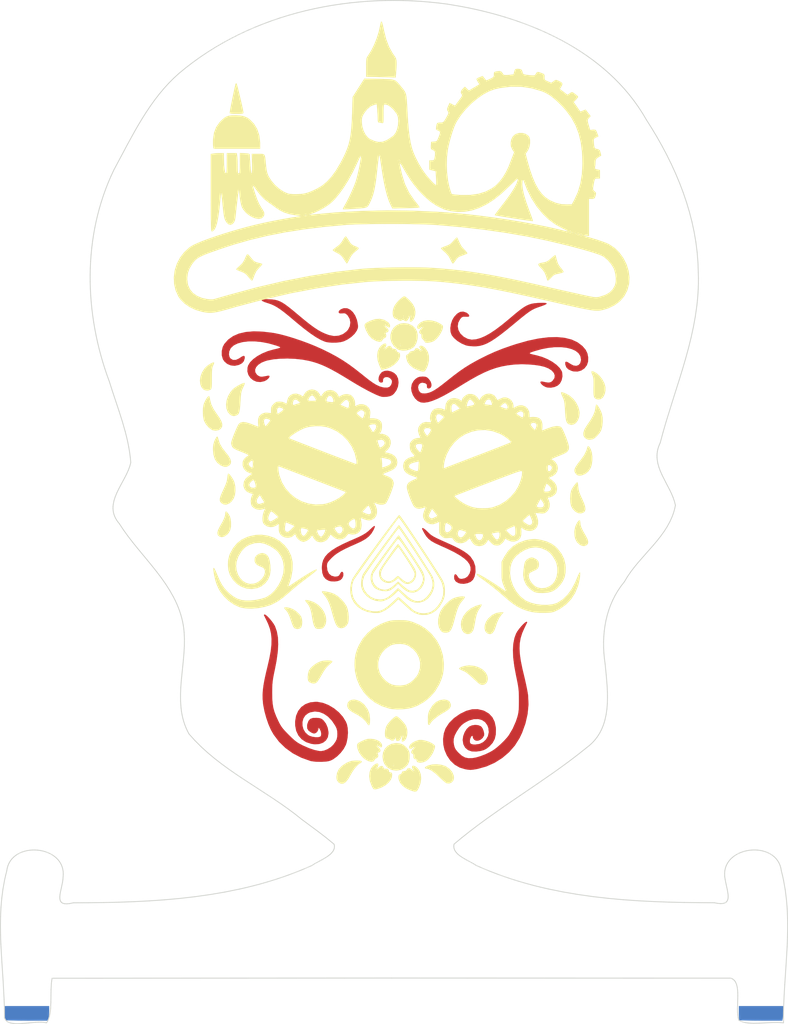
<source format=kicad_pcb>
(kicad_pcb (version 20221018) (generator pcbnew)
  (layers (0 "F.Cu" signal) (31 "B.Cu" signal) (34 "B.Paste" user) (35 "F.Paste" user) (36 "B.SilkS" user "B.Silkscreen") (37 "F.SilkS" user "F.Silkscreen") (38 "B.Mask" user) (39 "F.Mask" user) (44 "Edge.Cuts" user))
  (net 0 "")
  (footprint "LOGO" (layer "F.Cu") (at 76.013917 87.351617)
    (fp_text reference "G***" hide)
    (fp_text value "LOGO" hide)
    (fp_poly (pts (xy -39.285333 51.169183) (xy -39.296431 51.525298) (xy -39.324391 51.890485) (xy -39.339175 52.015849) (xy -39.393017 52.408667) (xy -41.865064 52.408667) (xy -42.495827 52.406804) (xy -43.071034 52.401538) (xy -43.569064 52.393351) (xy -43.968298 52.382726) (xy -44.247114 52.370146) (xy -44.383892 52.356093) (xy -44.393556 52.352222) (xy -44.418184 52.247905) (xy -44.437368 52.014988) (xy -44.448393 51.694183) (xy -44.45 51.505555) (xy -44.45 50.715333) (xy -39.285333 50.715333) (xy -39.285333 51.169183)) (stroke (width 0.01)) (fill solid) (layer "B.Cu"))
    (fp_poly (pts (xy 46.312667 51.297417) (xy 46.304875 51.639456) (xy 46.284573 51.951501) (xy 46.25975 52.144083) (xy 46.206833 52.408667) (xy 43.733861 52.408667) (xy 43.102977 52.406805) (xy 42.527646 52.40154) (xy 42.029484 52.393356) (xy 41.630107 52.382735) (xy 41.351133 52.370158) (xy 41.214176 52.356109) (xy 41.204444 52.352222) (xy 41.179816 52.247905) (xy 41.160632 52.014988) (xy 41.149607 51.694183) (xy 41.148 51.505555) (xy 41.148 50.715333) (xy 46.312667 50.715333) (xy 46.312667 51.297417)) (stroke (width 0.01)) (fill solid) (layer "B.Cu"))
  )
  (footprint "LOGO" (layer "F.Cu") (at 75.979263 87.362863)
    (fp_text reference "G***" hide)
    (fp_text value "LOGO" hide)
  )
  (footprint "LOGO" (layer "F.Cu") (at 75.979263 87.362863)
    (fp_text reference "G***" hide)
    (fp_text value "LOGO" hide)
  )
  (footprint "LOGO" (layer "F.Cu") (at 75.979263 87.362863)
    (fp_text reference "G***" hide)
    (fp_text value "LOGO" hide)
  )
  (footprint "LOGO" (layer "F.Cu") (at 75.979263 87.362863)
    (fp_text reference "G***" hide)
    (fp_text value "LOGO" hide)
  )
  (footprint "LOGO" (layer "F.Cu") (at 75.979263 87.362863)
    (fp_text reference "G***" hide)
    (fp_text value "LOGO" hide)
    (fp_poly (pts (xy 4.424199 -4.949734) (xy 4.641468 -4.784591) (xy 4.871516 -4.565161) (xy 5.047146 -4.390946) (xy 5.214561 -4.243862) (xy 5.39863 -4.109721) (xy 5.624221 -3.974329) (xy 5.916203 -3.823497) (xy 6.299445 -3.643033) (xy 6.798816 -3.418746) (xy 7.160255 -3.259115) (xy 7.944316 -2.901485) (xy 8.583267 -2.581167) (xy 9.094505 -2.287869) (xy 9.495423 -2.011298) (xy 9.803416 -1.74116) (xy 9.8996 -1.638176) (xy 10.245565 -1.123405) (xy 10.439507 -0.548728) (xy 10.473384 0.060442) (xy 10.464767 0.14813) (xy 10.362375 0.651496) (xy 10.180757 1.019185) (xy 9.904353 1.272427) (xy 9.525 1.430446) (xy 9.099875 1.507732) (xy 8.712714 1.478576) (xy 8.480354 1.416297) (xy 8.175925 1.243855) (xy 8.0039 0.974726) (xy 7.974022 0.668679) (xy 8.02792 0.440478) (xy 8.124987 0.374926) (xy 8.259445 0.47257) (xy 8.368677 0.631433) (xy 8.50809 0.828984) (xy 8.659572 0.914065) (xy 8.875726 0.931333) (xy 9.253314 0.851766) (xy 9.568668 0.627508) (xy 9.78926 0.284837) (xy 9.894135 -0.080804) (xy 9.89018 -0.431069) (xy 9.770268 -0.772637) (xy 9.527275 -1.112186) (xy 9.154076 -1.456393) (xy 8.643547 -1.811937) (xy 7.988564 -2.185497) (xy 7.182001 -2.583749) (xy 6.315883 -2.970841) (xy 5.751681 -3.231489) (xy 5.320651 -3.477528) (xy 4.991188 -3.73337) (xy 4.731687 -4.023428) (xy 4.517052 -4.360333) (xy 4.375465 -4.624058) (xy 4.273981 -4.829091) (xy 4.234353 -4.931454) (xy 4.234343 -4.931833) (xy 4.283325 -5.001787) (xy 4.424199 -4.949734)) (stroke (width 0.01)) (fill solid) (layer "F.Cu"))
    (fp_poly (pts (xy -1.270334 -5.215255) (xy -1.296959 -5.060532) (xy -1.424607 -4.770595) (xy -1.433771 -4.752352) (xy -1.673564 -4.354627) (xy -1.972433 -4.016585) (xy -2.358456 -3.715764) (xy -2.859714 -3.4297) (xy -3.397746 -3.181204) (xy -4.150284 -2.849485) (xy -4.764676 -2.558039) (xy -5.263496 -2.293813) (xy -5.669316 -2.043754) (xy -6.00471 -1.79481) (xy -6.29225 -1.533928) (xy -6.351998 -1.472939) (xy -6.597579 -1.211545) (xy -6.747328 -1.024897) (xy -6.824881 -0.867741) (xy -6.853876 -0.694818) (xy -6.858 -0.504155) (xy -6.797078 -0.038775) (xy -6.622699 0.320034) (xy -6.347443 0.558481) (xy -5.983889 0.662778) (xy -5.793961 0.662199) (xy -5.559508 0.620555) (xy -5.422746 0.514354) (xy -5.339887 0.359833) (xy -5.210519 0.152507) (xy -5.083654 0.093873) (xy -4.981232 0.18851) (xy -4.949918 0.278471) (xy -4.953663 0.576731) (xy -5.084959 0.867111) (xy -5.277179 1.056626) (xy -5.580131 1.179003) (xy -5.968596 1.233238) (xy -6.371075 1.214595) (xy -6.646333 1.147307) (xy -7.001094 0.949482) (xy -7.248165 0.649733) (xy -7.395119 0.233607) (xy -7.449527 -0.313346) (xy -7.450195 -0.387084) (xy -7.413346 -0.843385) (xy -7.294217 -1.259506) (xy -7.081518 -1.645659) (xy -6.763956 -2.012054) (xy -6.330242 -2.368904) (xy -5.769083 -2.726418) (xy -5.069189 -3.09481) (xy -4.21927 -3.48429) (xy -3.852333 -3.640903) (xy -3.234324 -3.911442) (xy -2.747446 -4.152639) (xy -2.360391 -4.382973) (xy -2.041852 -4.620929) (xy -1.781539 -4.863341) (xy -1.514128 -5.11714) (xy -1.343225 -5.234284) (xy -1.270334 -5.215255)) (stroke (width 0.01)) (fill solid) (layer "F.Cu"))
    (fp_poly (pts (xy 18.66126 -31.216902) (xy 18.775068 -31.169624) (xy 18.723803 -31.091782) (xy 18.507434 -30.981396) (xy 18.12593 -30.836487) (xy 17.931349 -30.769842) (xy 17.648091 -30.671109) (xy 17.396943 -30.571085) (xy 17.157866 -30.456266) (xy 16.910822 -30.313152) (xy 16.635773 -30.128241) (xy 16.312682 -29.888032) (xy 15.92151 -29.579024) (xy 15.442219 -29.187716) (xy 14.854772 -28.700605) (xy 14.831301 -28.681068) (xy 14.05368 -28.044405) (xy 13.379602 -27.518299) (xy 12.792751 -27.093691) (xy 12.276812 -26.761524) (xy 11.815469 -26.512739) (xy 11.392407 -26.338277) (xy 10.99131 -26.22908) (xy 10.595863 -26.176089) (xy 10.304315 -26.167664) (xy 9.940908 -26.18595) (xy 9.593168 -26.228104) (xy 9.355667 -26.279883) (xy 8.847928 -26.492398) (xy 8.366641 -26.789134) (xy 7.960483 -27.135297) (xy 7.695631 -27.466498) (xy 7.562569 -27.829282) (xy 7.53239 -28.274211) (xy 7.599035 -28.753796) (xy 7.756443 -29.220547) (xy 7.965796 -29.583734) (xy 8.310612 -29.963081) (xy 8.665734 -30.173525) (xy 9.031609 -30.215206) (xy 9.408686 -30.088267) (xy 9.4615 -30.057595) (xy 9.645219 -29.907565) (xy 9.732657 -29.75958) (xy 9.709034 -29.6517) (xy 9.630833 -29.621499) (xy 9.479476 -29.618299) (xy 9.248751 -29.626081) (xy 9.216677 -29.627882) (xy 9.003259 -29.618629) (xy 8.845858 -29.535114) (xy 8.675324 -29.34058) (xy 8.674739 -29.339813) (xy 8.454901 -28.926069) (xy 8.390675 -28.488411) (xy 8.476149 -28.053751) (xy 8.705411 -27.649004) (xy 9.072548 -27.301084) (xy 9.13153 -27.260479) (xy 9.580509 -27.02719) (xy 10.030398 -26.939182) (xy 10.536995 -26.98602) (xy 10.566572 -26.992082) (xy 11.066202 -27.135095) (xy 11.601122 -27.365724) (xy 12.18495 -27.692509) (xy 12.831303 -28.123984) (xy 13.553799 -28.668688) (xy 14.366054 -29.335157) (xy 14.538718 -29.482309) (xy 15.117634 -29.972178) (xy 15.597349 -30.358984) (xy 16.002361 -30.655302) (xy 16.357167 -30.87371) (xy 16.686264 -31.026783) (xy 17.01415 -31.127098) (xy 17.365322 -31.18723) (xy 17.764277 -31.219757) (xy 17.938551 -31.227693) (xy 18.382411 -31.235599) (xy 18.66126 -31.216902)) (stroke (width 0.01)) (fill solid) (layer "F.Cu"))
    (fp_poly (pts (xy -13.886606 -31.659256) (xy -13.6525 -31.650455) (xy -13.272308 -31.628083) (xy -12.941911 -31.587749) (xy -12.639611 -31.517816) (xy -12.343707 -31.406652) (xy -12.032499 -31.24262) (xy -11.684287 -31.014087) (xy -11.277372 -30.709419) (xy -10.790053 -30.316979) (xy -10.200631 -29.825134) (xy -10.117667 -29.755219) (xy -9.441372 -29.193705) (xy -8.863919 -28.736016) (xy -8.363025 -28.367648) (xy -7.916404 -28.074097) (xy -7.50177 -27.84086) (xy -7.09684 -27.653431) (xy -6.679328 -27.497308) (xy -6.616301 -27.476368) (xy -6.03721 -27.364119) (xy -5.483723 -27.405335) (xy -4.979953 -27.593107) (xy -4.550013 -27.92053) (xy -4.383859 -28.115886) (xy -4.183075 -28.516265) (xy -4.125654 -28.951302) (xy -4.208908 -29.37812) (xy -4.430152 -29.753842) (xy -4.490563 -29.818922) (xy -4.673495 -29.974883) (xy -4.846304 -30.026193) (xy -5.073839 -30.005498) (xy -5.334106 -30.001171) (xy -5.47058 -30.073995) (xy -5.492709 -30.196614) (xy -5.409939 -30.341677) (xy -5.231718 -30.48183) (xy -4.967492 -30.589719) (xy -4.86388 -30.613422) (xy -4.498631 -30.600782) (xy -4.147045 -30.439217) (xy -3.828447 -30.149039) (xy -3.56216 -29.750561) (xy -3.367509 -29.264096) (xy -3.298211 -28.967646) (xy -3.246612 -28.648337) (xy -3.235499 -28.430621) (xy -3.270514 -28.250382) (xy -3.3573 -28.043503) (xy -3.384538 -27.986732) (xy -3.632055 -27.625706) (xy -4.003489 -27.273125) (xy -4.455554 -26.964212) (xy -4.906141 -26.748597) (xy -5.29381 -26.65055) (xy -5.778168 -26.598294) (xy -6.292496 -26.593213) (xy -6.770078 -26.636689) (xy -7.069667 -26.703767) (xy -7.550413 -26.90313) (xy -8.124555 -27.227343) (xy -8.794802 -27.678264) (xy -9.563861 -28.257752) (xy -10.43444 -28.967664) (xy -10.710333 -29.201662) (xy -11.324503 -29.719314) (xy -11.839304 -30.134258) (xy -12.277261 -30.461331) (xy -12.660896 -30.715367) (xy -13.012733 -30.9112) (xy -13.355296 -31.063666) (xy -13.711108 -31.1876) (xy -13.73817 -31.195919) (xy -14.134258 -31.328445) (xy -14.375545 -31.438623) (xy -14.474196 -31.53233) (xy -14.478 -31.553304) (xy -14.455752 -31.613731) (xy -14.369388 -31.649224) (xy -14.189482 -31.663244) (xy -13.886606 -31.659256)) (stroke (width 0.01)) (fill solid) (layer "F.Cu"))
    (fp_poly (pts (xy 20.868516 -27.156606) (xy 21.673077 -26.954304) (xy 22.362601 -26.637706) (xy 22.933288 -26.20713) (xy 23.310176 -25.768852) (xy 23.519263 -25.342661) (xy 23.613875 -24.856377) (xy 23.589138 -24.368564) (xy 23.459501 -23.974064) (xy 23.182504 -23.604871) (xy 22.806424 -23.351988) (xy 22.365956 -23.227907) (xy 21.895792 -23.245121) (xy 21.63915 -23.318564) (xy 21.283471 -23.495374) (xy 21.064814 -23.716827) (xy 20.951153 -24.017686) (xy 20.940303 -24.077166) (xy 20.933356 -24.293456) (xy 21.009928 -24.381732) (xy 21.179542 -24.342863) (xy 21.45172 -24.17772) (xy 21.51877 -24.13) (xy 21.881917 -23.936746) (xy 22.211828 -23.889819) (xy 22.485405 -23.979901) (xy 22.679547 -24.197673) (xy 22.771157 -24.533817) (xy 22.775333 -24.636897) (xy 22.698145 -25.034272) (xy 22.476674 -25.371899) (xy 22.126061 -25.647112) (xy 21.661445 -25.857244) (xy 21.097968 -25.999628) (xy 20.450768 -26.071595) (xy 19.734987 -26.07048) (xy 18.965765 -25.993615) (xy 18.158241 -25.838333) (xy 17.327557 -25.601966) (xy 17.317018 -25.598463) (xy 17.009492 -25.493112) (xy 16.829735 -25.414693) (xy 16.78507 -25.351023) (xy 16.88282 -25.289919) (xy 17.130307 -25.219199) (xy 17.534854 -25.126679) (xy 17.610667 -25.109918) (xy 18.257041 -24.924931) (xy 18.872084 -24.669958) (xy 19.43059 -24.361822) (xy 19.907354 -24.017345) (xy 20.277169 -23.653352) (xy 20.514831 -23.286664) (xy 20.569374 -23.135167) (xy 20.609522 -22.679061) (xy 20.509303 -22.210478) (xy 20.312338 -21.83324) (xy 20.046172 -21.591015) (xy 19.676202 -21.424918) (xy 19.255781 -21.348039) (xy 18.838267 -21.373463) (xy 18.653345 -21.426307) (xy 18.411138 -21.54888) (xy 18.217038 -21.701017) (xy 18.087388 -21.855806) (xy 18.038527 -21.986332) (xy 18.086798 -22.065682) (xy 18.248543 -22.066941) (xy 18.266833 -22.062872) (xy 18.679789 -21.97499) (xy 18.971628 -21.943047) (xy 19.182212 -21.97045) (xy 19.351404 -22.060602) (xy 19.469291 -22.165599) (xy 19.671325 -22.459934) (xy 19.714662 -22.764534) (xy 19.60809 -23.064726) (xy 19.360399 -23.345841) (xy 18.980378 -23.593209) (xy 18.4988 -23.785445) (xy 17.97002 -23.910707) (xy 17.322942 -24.004097) (xy 16.606199 -24.062154) (xy 15.868425 -24.081423) (xy 15.158254 -24.058444) (xy 14.923696 -24.039637) (xy 14.20329 -23.952446) (xy 13.522326 -23.826314) (xy 12.857894 -23.651987) (xy 12.187084 -23.420214) (xy 11.486989 -23.121741) (xy 10.734698 -22.747317) (xy 9.907302 -22.28769) (xy 8.981892 -21.733605) (xy 8.551333 -21.466016) (xy 7.609339 -20.892936) (xy 6.784192 -20.429685) (xy 6.067029 -20.072647) (xy 5.448986 -19.818202) (xy 4.9212 -19.662732) (xy 4.474806 -19.60262) (xy 4.100941 -19.634247) (xy 4.077431 -19.63976) (xy 3.724953 -19.806894) (xy 3.411945 -20.104389) (xy 3.164 -20.493841) (xy 3.006711 -20.936846) (xy 2.963333 -21.311469) (xy 3.044429 -21.771396) (xy 3.277991 -22.174832) (xy 3.515295 -22.401315) (xy 3.753428 -22.554009) (xy 3.994708 -22.625584) (xy 4.295555 -22.642286) (xy 4.578118 -22.631478) (xy 4.764518 -22.57883) (xy 4.927532 -22.454001) (xy 5.046943 -22.329053) (xy 5.231666 -22.060289) (xy 5.322705 -21.784889) (xy 5.323659 -21.53722) (xy 5.238125 -21.35165) (xy 5.069702 -21.262546) (xy 4.9359 -21.268518) (xy 4.82308 -21.348109) (xy 4.808441 -21.53208) (xy 4.796455 -21.706172) (xy 4.684555 -21.819457) (xy 4.559287 -21.879652) (xy 4.252998 -21.938416) (xy 4.003112 -21.858842) (xy 3.833906 -21.668848) (xy 3.769659 -21.396356) (xy 3.834648 -21.069284) (xy 3.84103 -21.05366) (xy 3.994642 -20.813589) (xy 4.222358 -20.689106) (xy 4.552481 -20.669158) (xy 4.761267 -20.694367) (xy 5.046894 -20.761434) (xy 5.348248 -20.880089) (xy 5.686295 -21.063117) (xy 6.082004 -21.323299) (xy 6.556343 -21.67342) (xy 7.130278 -22.126264) (xy 7.193132 -22.177023) (xy 7.937273 -22.766046) (xy 8.603845 -23.262512) (xy 9.234428 -23.694181) (xy 9.870604 -24.088813) (xy 10.553955 -24.474171) (xy 10.944438 -24.681513) (xy 11.845378 -25.13238) (xy 12.719373 -25.526315) (xy 13.620532 -25.885437) (xy 14.602963 -26.231858) (xy 15.253145 -26.442564) (xy 16.575895 -26.816506) (xy 17.802607 -27.074563) (xy 18.929481 -27.217054) (xy 19.952717 -27.244295) (xy 20.868516 -27.156606)) (stroke (width 0.01)) (fill solid) (layer "F.Cu"))
    (fp_poly (pts (xy -14.353553 -27.879499) (xy -13.179976 -27.738511) (xy -13.038667 -27.715739) (xy -12.371148 -27.579162) (xy -11.591816 -27.375589) (xy -10.738308 -27.117641) (xy -9.84826 -26.817939) (xy -8.959306 -26.489106) (xy -8.109083 -26.143762) (xy -7.395089 -25.823098) (xy -6.522591 -25.394142) (xy -5.744723 -24.976057) (xy -5.021245 -24.543069) (xy -4.311918 -24.069401) (xy -3.576504 -23.529279) (xy -2.774761 -22.896927) (xy -2.582333 -22.740299) (xy -1.999554 -22.278349) (xy -1.51042 -21.926058) (xy -1.091986 -21.670285) (xy -0.721304 -21.497888) (xy -0.37543 -21.395727) (xy -0.178565 -21.363644) (xy 0.195101 -21.357513) (xy 0.452581 -21.4537) (xy 0.622802 -21.667251) (xy 0.680173 -21.810273) (xy 0.736114 -22.034005) (xy 0.708306 -22.193871) (xy 0.615081 -22.340089) (xy 0.412526 -22.516668) (xy 0.174168 -22.592798) (xy -0.05647 -22.574882) (xy -0.235862 -22.469324) (xy -0.320485 -22.282527) (xy -0.320026 -22.202512) (xy -0.340427 -22.016195) (xy -0.448567 -21.945851) (xy -0.658307 -21.963631) (xy -0.788721 -22.096131) (xy -0.840413 -22.30879) (xy -0.813982 -22.567046) (xy -0.710031 -22.836335) (xy -0.529161 -23.082095) (xy -0.427219 -23.172447) (xy -0.124889 -23.30673) (xy 0.242485 -23.326167) (xy 0.62642 -23.241551) (xy 0.978432 -23.063675) (xy 1.250038 -22.80333) (xy 1.253675 -22.79826) (xy 1.438428 -22.401504) (xy 1.492731 -21.948022) (xy 1.425082 -21.477872) (xy 1.243981 -21.03111) (xy 0.957925 -20.647794) (xy 0.762 -20.480711) (xy 0.502112 -20.364674) (xy 0.143735 -20.292214) (xy -0.24558 -20.273675) (xy -0.465667 -20.2927) (xy -0.720689 -20.364986) (xy -1.095613 -20.517943) (xy -1.568216 -20.740185) (xy -2.116273 -21.02033) (xy -2.717561 -21.346992) (xy -3.349856 -21.708787) (xy -3.990935 -22.094332) (xy -4.030677 -22.118889) (xy -4.89903 -22.649068) (xy -5.651696 -23.091076) (xy -6.310582 -23.455442) (xy -6.897596 -23.752694) (xy -7.434644 -23.993362) (xy -7.943635 -24.187974) (xy -8.446475 -24.347058) (xy -8.927288 -24.472231) (xy -9.716777 -24.620542) (xy -10.571714 -24.712736) (xy -11.449933 -24.748885) (xy -12.30927 -24.729061) (xy -13.10756 -24.653336) (xy -13.802638 -24.521781) (xy -14.010501 -24.463561) (xy -14.496022 -24.266408) (xy -14.869041 -24.019821) (xy -15.11965 -23.740838) (xy -15.237938 -23.446497) (xy -15.213996 -23.153834) (xy -15.037914 -22.879887) (xy -14.968731 -22.816129) (xy -14.788947 -22.691951) (xy -14.59475 -22.631567) (xy -14.344245 -22.632301) (xy -13.995541 -22.691478) (xy -13.7795 -22.740206) (xy -13.607993 -22.746339) (xy -13.551264 -22.672235) (xy -13.592971 -22.544806) (xy -13.716773 -22.390965) (xy -13.906328 -22.237628) (xy -14.145295 -22.111706) (xy -14.166012 -22.10364) (xy -14.630063 -22.005018) (xy -15.069021 -22.050403) (xy -15.46093 -22.21826) (xy -15.783837 -22.487049) (xy -16.015786 -22.835236) (xy -16.134822 -23.241281) (xy -16.118991 -23.683649) (xy -16.041392 -23.943328) (xy -15.81602 -24.312255) (xy -15.449398 -24.679607) (xy -14.968883 -25.028135) (xy -14.401832 -25.340585) (xy -13.7756 -25.599705) (xy -13.117545 -25.788244) (xy -13.115043 -25.788798) (xy -12.688202 -25.885447) (xy -12.419656 -25.958521) (xy -12.302208 -26.020303) (xy -12.328661 -26.083076) (xy -12.491818 -26.159124) (xy -12.784481 -26.260729) (xy -12.829685 -26.275796) (xy -13.66578 -26.513341) (xy -14.488456 -26.669832) (xy -15.278222 -26.746596) (xy -16.015588 -26.744963) (xy -16.681063 -26.666262) (xy -17.255155 -26.511821) (xy -17.718374 -26.282969) (xy -18.051229 -25.981036) (xy -18.097378 -25.916646) (xy -18.251023 -25.575789) (xy -18.290335 -25.223391) (xy -18.215542 -24.909902) (xy -18.092043 -24.737425) (xy -17.812818 -24.579024) (xy -17.488146 -24.581302) (xy -17.124683 -24.743823) (xy -17.031437 -24.807333) (xy -16.737769 -24.997436) (xy -16.548556 -25.061436) (xy -16.454274 -24.998465) (xy -16.445403 -24.807652) (xy -16.45297 -24.754499) (xy -16.55243 -24.437254) (xy -16.75162 -24.205131) (xy -17.082566 -24.023367) (xy -17.151817 -23.995897) (xy -17.61467 -23.899179) (xy -18.072734 -23.945793) (xy -18.488956 -24.122002) (xy -18.826283 -24.41407) (xy -18.995268 -24.679336) (xy -19.11979 -25.120655) (xy -19.122643 -25.611504) (xy -19.009619 -26.089933) (xy -18.831169 -26.434338) (xy -18.373787 -26.95156) (xy -17.805205 -27.357273) (xy -17.122157 -27.652201) (xy -16.321377 -27.837066) (xy -15.399598 -27.912591) (xy -14.353553 -27.879499)) (stroke (width 0.01)) (fill solid) (layer "F.Cu"))
    (fp_poly (pts (xy 16.497986 5.964398) (xy 16.495889 5.990167) (xy 16.447733 6.091005) (xy 16.344292 6.303754) (xy 16.205049 6.588392) (xy 16.155845 6.688667) (xy 15.907226 7.258687) (xy 15.731677 7.823035) (xy 15.628855 8.405904) (xy 15.598418 9.031488) (xy 15.640025 9.723981) (xy 15.753335 10.507578) (xy 15.938005 11.406472) (xy 16.080809 12.002762) (xy 16.219637 12.580936) (xy 16.34987 13.162989) (xy 16.462893 13.707379) (xy 16.550096 14.172565) (xy 16.602865 14.517007) (xy 16.603948 14.526075) (xy 16.648072 15.580876) (xy 16.542233 16.672745) (xy 16.292318 17.772533) (xy 15.904216 18.851095) (xy 15.601996 19.486399) (xy 15.056308 20.35037) (xy 14.378084 21.125326) (xy 13.586298 21.79788) (xy 12.69992 22.354643) (xy 11.737924 22.782228) (xy 10.719279 23.067247) (xy 10.461107 23.114151) (xy 10.14369 23.162837) (xy 9.91754 23.1827) (xy 9.707023 23.173529) (xy 9.436505 23.135108) (xy 9.2906 23.110836) (xy 8.626161 22.916688) (xy 8.036736 22.575852) (xy 7.53312 22.098321) (xy 7.126104 21.494089) (xy 6.852242 20.853031) (xy 6.71413 20.229371) (xy 6.689367 19.571301) (xy 6.775097 18.933595) (xy 6.968464 18.371023) (xy 6.983254 18.341195) (xy 7.395701 17.712008) (xy 7.962965 17.146648) (xy 8.677098 16.651146) (xy 9.387455 16.307262) (xy 10.066403 16.127675) (xy 10.720407 16.111639) (xy 11.355932 16.258409) (xy 11.519168 16.323243) (xy 12.039385 16.631182) (xy 12.432204 17.050565) (xy 12.69738 17.58101) (xy 12.834671 18.222135) (xy 12.849826 18.415) (xy 12.834843 19.054607) (xy 12.70778 19.588676) (xy 12.457246 20.047811) (xy 12.095763 20.441324) (xy 11.777718 20.694849) (xy 11.459438 20.865428) (xy 11.08694 20.974133) (xy 10.60624 21.042037) (xy 10.541 21.048236) (xy 10.018829 21.028661) (xy 9.588236 20.874208) (xy 9.262124 20.596145) (xy 9.053394 20.205739) (xy 8.974949 19.714257) (xy 8.974667 19.680336) (xy 9.03514 19.246933) (xy 9.197927 18.808678) (xy 9.435074 18.422726) (xy 9.718628 18.146233) (xy 9.728021 18.139921) (xy 10.056269 17.997486) (xy 10.436184 17.943604) (xy 10.804411 17.979349) (xy 11.097594 18.105796) (xy 11.111644 18.11647) (xy 11.270767 18.31591) (xy 11.39844 18.604) (xy 11.471796 18.910014) (xy 11.467969 19.163225) (xy 11.4594 19.192067) (xy 11.297087 19.467367) (xy 11.055676 19.669417) (xy 10.778719 19.779393) (xy 10.50977 19.778472) (xy 10.325947 19.681935) (xy 10.19892 19.511003) (xy 10.16 19.375544) (xy 10.131926 19.228741) (xy 10.062234 19.211538) (xy 9.972715 19.296523) (xy 9.885161 19.456284) (xy 9.821364 19.663409) (xy 9.802406 19.825361) (xy 9.830569 20.036904) (xy 9.948446 20.163405) (xy 10.183934 20.222788) (xy 10.438539 20.234037) (xy 10.937972 20.160894) (xy 11.36181 19.955327) (xy 11.693716 19.64323) (xy 11.917352 19.250498) (xy 12.016381 18.803025) (xy 11.974467 18.326704) (xy 11.853326 17.991651) (xy 11.588742 17.622993) (xy 11.22423 17.376505) (xy 10.781815 17.256875) (xy 10.28352 17.268795) (xy 9.751371 17.416954) (xy 9.558815 17.503035) (xy 9.154332 17.727366) (xy 8.838777 17.972999) (xy 8.564541 18.285378) (xy 8.284011 18.709949) (xy 8.26996 18.733281) (xy 8.037539 19.179196) (xy 7.922198 19.573743) (xy 7.912253 19.975532) (xy 7.960427 20.286148) (xy 8.039018 20.571955) (xy 8.161778 20.809738) (xy 8.365001 21.061411) (xy 8.495347 21.198741) (xy 8.879484 21.540166) (xy 9.251188 21.743376) (xy 9.66053 21.827533) (xy 10.109908 21.816619) (xy 10.552693 21.734565) (xy 11.077923 21.575946) (xy 11.629883 21.362102) (xy 12.152859 21.114376) (xy 12.549944 20.88193) (xy 12.944055 20.587579) (xy 13.374219 20.213225) (xy 13.793298 19.804308) (xy 14.154156 19.406268) (xy 14.365429 19.131786) (xy 14.813232 18.372592) (xy 15.182492 17.532798) (xy 15.344723 17.043331) (xy 15.422032 16.751014) (xy 15.475622 16.471584) (xy 15.509486 16.163464) (xy 15.527619 15.785075) (xy 15.534014 15.294839) (xy 15.534197 15.070667) (xy 15.53065 14.574644) (xy 15.517838 14.168913) (xy 15.490363 13.80673) (xy 15.442825 13.441352) (xy 15.369826 13.026036) (xy 15.265965 12.514038) (xy 15.206585 12.234333) (xy 14.994208 11.108096) (xy 14.868947 10.114615) (xy 14.830778 9.241456) (xy 14.879677 8.476186) (xy 15.01562 7.806368) (xy 15.197121 7.30826) (xy 15.335034 7.06394) (xy 15.536555 6.780656) (xy 15.771889 6.492181) (xy 16.011241 6.232284) (xy 16.224819 6.034737) (xy 16.382828 5.933311) (xy 16.416014 5.926667) (xy 16.497986 5.964398)) (stroke (width 0.01)) (fill solid) (layer "F.Cu"))
    (fp_poly (pts (xy -13.977348 5.145286) (xy -13.775456 5.318611) (xy -13.540253 5.566172) (xy -13.301333 5.85417) (xy -13.088287 6.148803) (xy -12.930708 6.416268) (xy -12.912017 6.455609) (xy -12.699741 7.0603) (xy -12.576095 7.753184) (xy -12.541102 8.545862) (xy -12.594787 9.449935) (xy -12.737174 10.477003) (xy -12.922481 11.43) (xy -13.04254 12.000741) (xy -13.128533 12.455241) (xy -13.18615 12.841862) (xy -13.221075 13.208964) (xy -13.238996 13.604908) (xy -13.2456 14.078055) (xy -13.246048 14.181667) (xy -13.236484 14.872756) (xy -13.195633 15.44497) (xy -13.113025 15.947484) (xy -12.978187 16.429473) (xy -12.780647 16.94011) (xy -12.551947 17.441097) (xy -12.377788 17.789987) (xy -12.211854 18.074882) (xy -12.023664 18.336588) (xy -11.782736 18.615909) (xy -11.45859 18.953652) (xy -11.311861 19.101194) (xy -10.939155 19.466447) (xy -10.639091 19.737295) (xy -10.370451 19.94467) (xy -10.092015 20.119505) (xy -9.762567 20.292731) (xy -9.651764 20.347002) (xy -8.9549 20.653315) (xy -8.325271 20.866804) (xy -7.786467 20.980226) (xy -7.534169 20.997333) (xy -7.185529 20.936084) (xy -6.79441 20.774) (xy -6.422719 20.543577) (xy -6.132365 20.277309) (xy -6.110095 20.249846) (xy -5.867363 19.913409) (xy -5.724018 19.628374) (xy -5.655683 19.330569) (xy -5.638248 19.007667) (xy -5.65713 18.645389) (xy -5.738655 18.343141) (xy -5.883022 18.046346) (xy -6.276978 17.453231) (xy -6.730357 16.982009) (xy -7.225968 16.640639) (xy -7.746617 16.437078) (xy -8.275114 16.379282) (xy -8.794265 16.47521) (xy -9.04453 16.58308) (xy -9.383275 16.845358) (xy -9.605983 17.195876) (xy -9.714863 17.601663) (xy -9.712122 18.029748) (xy -9.59997 18.44716) (xy -9.380614 18.82093) (xy -9.056263 19.118086) (xy -8.867771 19.222089) (xy -8.558466 19.322749) (xy -8.212092 19.376454) (xy -7.890259 19.378795) (xy -7.654573 19.325367) (xy -7.628053 19.310768) (xy -7.53819 19.164352) (xy -7.523858 18.928176) (xy -7.581674 18.662298) (xy -7.6753 18.471999) (xy -7.826222 18.245667) (xy -7.871576 18.496587) (xy -7.992649 18.749256) (xy -8.135382 18.870122) (xy -8.292508 18.939536) (xy -8.438728 18.934332) (xy -8.647393 18.849276) (xy -8.685417 18.830868) (xy -8.997261 18.619776) (xy -9.156091 18.353747) (xy -9.172144 18.009912) (xy -9.135786 17.824789) (xy -9.001521 17.467627) (xy -8.797219 17.242503) (xy -8.49659 17.132102) (xy -8.07334 17.119107) (xy -8.065102 17.119616) (xy -7.750308 17.150833) (xy -7.537004 17.213047) (xy -7.357413 17.332535) (xy -7.241502 17.438909) (xy -6.966177 17.806747) (xy -6.771033 18.273092) (xy -6.679024 18.77708) (xy -6.675191 18.940547) (xy -6.757502 19.388957) (xy -6.973526 19.749826) (xy -7.306331 20.012948) (xy -7.738987 20.168113) (xy -8.254563 20.205115) (xy -8.681287 20.150053) (xy -9.296063 19.946379) (xy -9.799036 19.619663) (xy -10.182763 19.18022) (xy -10.4398 18.638362) (xy -10.562701 18.004401) (xy -10.566588 17.538233) (xy -10.454943 16.877726) (xy -10.21006 16.31431) (xy -9.844513 15.858979) (xy -9.370878 15.522729) (xy -8.801727 15.316554) (xy -8.149638 15.251451) (xy -7.96054 15.259518) (xy -7.309479 15.381532) (xy -6.656695 15.640282) (xy -6.033218 16.012178) (xy -5.470077 16.473627) (xy -4.9983 17.001039) (xy -4.648916 17.570821) (xy -4.528168 17.86918) (xy -4.433794 18.329893) (xy -4.410896 18.881075) (xy -4.456233 19.461233) (xy -4.566564 20.00888) (xy -4.655098 20.277336) (xy -4.899364 20.736759) (xy -5.25704 21.201495) (xy -5.681775 21.620723) (xy -6.12722 21.943622) (xy -6.223 21.996482) (xy -6.455751 22.103616) (xy -6.687808 22.172611) (xy -6.970896 22.213401) (xy -7.356737 22.23592) (xy -7.493 22.240385) (xy -8.152568 22.233396) (xy -8.664563 22.169995) (xy -8.788625 22.139898) (xy -9.852303 21.763778) (xy -10.824937 21.259009) (xy -11.694512 20.635064) (xy -12.449015 19.901414) (xy -13.076432 19.067534) (xy -13.394313 18.508365) (xy -13.674098 17.870375) (xy -13.929208 17.132895) (xy -14.138874 16.365724) (xy -14.282324 15.63866) (xy -14.310409 15.429691) (xy -14.353445 14.927508) (xy -14.361044 14.427992) (xy -14.329813 13.903116) (xy -14.256358 13.324851) (xy -14.137285 12.66517) (xy -13.969203 11.896046) (xy -13.7954 11.176) (xy -13.567672 10.190233) (xy -13.411378 9.334427) (xy -13.326836 8.584868) (xy -13.314362 7.91784) (xy -13.374274 7.309629) (xy -13.506891 6.73652) (xy -13.712528 6.174799) (xy -13.866805 5.842) (xy -14.01469 5.543011) (xy -14.132778 5.302882) (xy -14.201471 5.161518) (xy -14.209889 5.1435) (xy -14.169346 5.087218) (xy -14.116337 5.08) (xy -13.977348 5.145286)) (stroke (width 0.01)) (fill solid) (layer "F.Cu"))
  )
  (gr_line (start 121.03665 120.47545) (end 121.27045 120.65945) (stroke (width 0.1)) (layer "Edge.Cuts"))
  (gr_line (start 115.79615 125.81945) (end 115.86905 125.65445) (stroke (width 0.1)) (layer "Edge.Cuts"))
  (gr_line (start 48.15225 86.08045) (end 48.71945 86.77195) (stroke (width 0.1)) (layer "Edge.Cuts"))
  (gr_line (start 68.10425 117.73785) (end 69.04195 118.45835) (stroke (width 0.1)) (layer "Edge.Cuts"))
  (gr_line (start 34.46539 119.90705) (end 34.77286 119.88245) (stroke (width 0.1)) (layer "Edge.Cuts"))
  (gr_line (start 52.42925 94.12995) (end 52.46705 94.52385) (stroke (width 0.1)) (layer "Edge.Cuts"))
  (gr_line (start 101.23515 105.63955) (end 101.35145 105.34375) (stroke (width 0.1)) (layer "Edge.Cuts"))
  (gr_line (start 122.65935 133.35945) (end 122.51105 135.58145) (stroke (width 0.1)) (layer "Edge.Cuts"))
  (gr_line (start 111.27825 61.42795) (end 111.58595 60.19195) (stroke (width 0.1)) (layer "Edge.Cuts"))
  (gr_line (start 122.79355 126.70745) (end 122.84075 127.81245) (stroke (width 0.1)) (layer "Edge.Cuts"))
  (gr_line (start 101.98535 91.94015) (end 102.19935 91.35105) (stroke (width 0.1)) (layer "Edge.Cuts"))
  (gr_line (start 31.90556 139.90645) (end 31.8023 139.83645) (stroke (width 0.1)) (layer "Edge.Cuts"))
  (gr_line (start 66.64815 22.08551) (end 65.63975 22.34203) (stroke (width 0.1)) (layer "Edge.Cuts"))
  (gr_line (start 41.70845 56.82195) (end 41.80505 57.60805) (stroke (width 0.1)) (layer "Edge.Cuts"))
  (gr_line (start 41.80505 57.60805) (end 41.91985 58.39195) (stroke (width 0.1)) (layer "Edge.Cuts"))
  (gr_line (start 42.37115 60.72605) (end 42.55645 61.49665) (stroke (width 0.1)) (layer "Edge.Cuts"))
  (gr_line (start 121.48195 120.86945) (end 121.66865 121.10445) (stroke (width 0.1)) (layer "Edge.Cuts"))
  (gr_line (start 106.27905 85.39605) (end 107.18795 84.36695) (stroke (width 0.1)) (layer "Edge.Cuts"))
  (gr_line (start 53.52305 28.07968) (end 52.69545 28.7123) (stroke (width 0.1)) (layer "Edge.Cuts"))
  (gr_line (start 36.58105 120.19155) (end 36.85368 120.31745) (stroke (width 0.1)) (layer "Edge.Cuts"))
  (gr_line (start 103.41355 89.13585) (end 103.81125 88.62515) (stroke (width 0.1)) (layer "Edge.Cuts"))
  (gr_line (start 47.01165 84.70305) (end 48.15225 86.08045) (stroke (width 0.1)) (layer "Edge.Cuts"))
  (gr_line (start 116.79165 135.30745) (end 116.72495 135.19445) (stroke (width 0.1)) (layer "Edge.Cuts"))
  (gr_line (start 102.73295 90.21215) (end 103.05435 89.66535) (stroke (width 0.1)) (layer "Edge.Cuts"))
  (gr_line (start 121.72055 139.97545) (end 121.02525 139.98245) (stroke (width 0.1)) (layer "Edge.Cuts"))
  (gr_line (start 45.75025 71.72895) (end 45.88705 72.32565) (stroke (width 0.1)) (layer "Edge.Cuts"))
  (gr_line (start 59.81755 124.23045) (end 60.67515 124.01745) (stroke (width 0.1)) (layer "Edge.Cuts"))
  (gr_line (start 103.85175 31.25375) (end 103.27145 30.61705) (stroke (width 0.1)) (layer "Edge.Cuts"))
  (gr_line (start 119.93055 119.98775) (end 120.22745 120.07285) (stroke (width 0.1)) (layer "Edge.Cuts"))
  (gr_line (start 34.16264 119.95385) (end 34.46539 119.90705) (stroke (width 0.1)) (layer "Edge.Cuts"))
  (gr_line (start 67.66345 21.85448) (end 66.64815 22.08551) (stroke (width 0.1)) (layer "Edge.Cuts"))
  (gr_line (start 51.92955 92.00645) (end 52.06795 92.42615) (stroke (width 0.1)) (layer "Edge.Cuts"))
  (gr_line (start 109.78745 41.06995) (end 109.29255 39.98495) (stroke (width 0.1)) (layer "Edge.Cuts"))
  (gr_line (start 112.26305 56.43995) (end 112.33115 55.80665) (stroke (width 0.1)) (layer "Edge.Cuts"))
  (gr_line (start 97.14815 25.90346) (end 96.38625 25.48652) (stroke (width 0.1)) (layer "Edge.Cuts"))
  (gr_line (start 66.20305 116.33065) (end 68.10425 117.73785) (stroke (width 0.1)) (layer "Edge.Cuts"))
  (gr_line (start 42.20995 46.61565) (end 42.04965 47.38785) (stroke (width 0.1)) (layer "Edge.Cuts"))
  (gr_line (start 117.02945 139.10345) (end 117.00635 138.75945) (stroke (width 0.1)) (layer "Edge.Cuts"))
  (gr_line (start 115.82225 121.43845) (end 115.98485 121.19245) (stroke (width 0.1)) (layer "Edge.Cuts"))
  (gr_line (start 118.22145 140.03645) (end 117.91915 139.99145) (stroke (width 0.1)) (layer "Edge.Cuts"))
  (gr_line (start 109.76175 79.71815) (end 109.64695 79.25885) (stroke (width 0.1)) (layer "Edge.Cuts"))
  (gr_line (start 41.53005 54.45525) (end 41.57075 55.24515) (stroke (width 0.1)) (layer "Edge.Cuts"))
  (gr_line (start 115.91325 125.24445) (end 115.89515 125.00645) (stroke (width 0.1)) (layer "Edge.Cuts"))
  (gr_line (start 31.565672 139.55045) (end 31.513637 139.42745) (stroke (width 0.1)) (layer "Edge.Cuts"))
  (gr_line (start 107.01095 35.80375) (end 106.37675 34.80165) (stroke (width 0.1)) (layer "Edge.Cuts"))
  (gr_line (start 38.35027 123.03245) (end 38.32972 123.32745) (stroke (width 0.1)) (layer "Edge.Cuts"))
  (gr_line (start 86.75475 116.97005) (end 87.71945 116.26245) (stroke (width 0.1)) (layer "Edge.Cuts"))
  (gr_line (start 76.97955 20.891897) (end 75.93815 20.901789) (stroke (width 0.1)) (layer "Edge.Cuts"))
  (gr_line (start 109.49105 78.80655) (end 109.30285 78.35995) (stroke (width 0.1)) (layer "Edge.Cuts"))
  (gr_line (start 110.67025 43.28245) (end 110.24745 42.16935) (stroke (width 0.1)) (layer "Edge.Cuts"))
  (gr_line (start 39.54832 126.03445) (end 41.31035 126.02645) (stroke (width 0.1)) (layer "Edge.Cuts"))
  (gr_line (start 112.55005 126.01945) (end 114.30955 126.02745) (stroke (width 0.1)) (layer "Edge.Cuts"))
  (gr_line (start 46.10845 73.52685) (end 46.18885 74.13165) (stroke (width 0.1)) (layer "Edge.Cuts"))
  (gr_line (start 108.19165 76.16345) (end 107.99775 75.72195) (stroke (width 0.1)) (layer "Edge.Cuts"))
  (gr_line (start 107.99775 75.72195) (end 107.83405 75.27645) (stroke (width 0.1)) (layer "Edge.Cuts"))
  (gr_line (start 58.84135 24.86675) (end 57.91705 25.33378) (stroke (width 0.1)) (layer "Edge.Cuts"))
  (gr_line (start 55.47545 125.07745) (end 57.22205 124.78045) (stroke (width 0.1)) (layer "Edge.Cuts"))
  (gr_line (start 70.74285 21.312479) (end 69.71155 21.46815) (stroke (width 0.1)) (layer "Edge.Cuts"))
  (gr_line (start 44.21935 80.52295) (end 44.27465 80.74675) (stroke (width 0.1)) (layer "Edge.Cuts"))
  (gr_line (start 64.06045 122.99945) (end 64.89415 122.70045) (stroke (width 0.1)) (layer "Edge.Cuts"))
  (gr_line (start 45.26005 69.95165) (end 45.59875 71.13445) (stroke (width 0.1)) (layer "Edge.Cuts"))
  (gr_line (start 109.11805 81.62425) (end 109.38945 81.01775) (stroke (width 0.1)) (layer "Edge.Cuts"))
  (gr_line (start 51.95325 125.52645) (end 53.71845 125.32445) (stroke (width 0.1)) (layer "Edge.Cuts"))
  (gr_line (start 87.71945 116.26245) (end 89.67575 114.88345) (stroke (width 0.1)) (layer "Edge.Cuts"))
  (gr_line (start 109.60635 80.38365) (end 109.69215 80.05505) (stroke (width 0.1)) (layer "Edge.Cuts"))
  (gr_line (start 36.00146 120.00275) (end 36.29617 120.08655) (stroke (width 0.1)) (layer "Edge.Cuts"))
  (gr_line (start 101.39835 28.84654) (end 100.73325 28.30178) (stroke (width 0.1)) (layer "Edge.Cuts"))
  (gr_line (start 36.98335 135.46245) (end 36.94582 136.15945) (stroke (width 0.1)) (layer "Edge.Cuts"))
  (gr_line (start 31.200538 125.49945) (end 31.338985 124.43645) (stroke (width 0.1)) (layer "Edge.Cuts"))
  (gr_line (start 32.20173 121.15145) (end 32.37939 120.91945) (stroke (width 0.1)) (layer "Edge.Cuts"))
  (gr_line (start 108.43965 82.76845) (end 108.79905 82.20655) (stroke (width 0.1)) (layer "Edge.Cuts"))
  (gr_line (start 37.11163 120.46445) (end 37.35247 120.63145) (stroke (width 0.1)) (layer "Edge.Cuts"))
  (gr_line (start 101.38285 95.65395) (end 101.40675 95.02135) (stroke (width 0.1)) (layer "Edge.Cuts"))
  (gr_line (start 33.58102 120.11495) (end 33.86704 120.02315) (stroke (width 0.1)) (layer "Edge.Cuts"))
  (gr_line (start 99.34815 27.27837) (end 98.63005 26.79905) (stroke (width 0.1)) (layer "Edge.Cuts"))
  (gr_line (start 85.26455 120.96645) (end 85.73115 121.21845) (stroke (width 0.1)) (layer "Edge.Cuts"))
  (gr_line (start 34.35741 140.02945) (end 33.60289 140.10045) (stroke (width 0.1)) (layer "Edge.Cuts"))
  (gr_line (start 101.45325 105.04195) (end 101.54145 104.73455) (stroke (width 0.1)) (layer "Edge.Cuts"))
  (gr_line (start 98.40465 125.06745) (end 100.15925 125.31445) (stroke (width 0.1)) (layer "Edge.Cuts"))
  (gr_line (start 111.69145 46.69715) (end 111.39455 45.54705) (stroke (width 0.1)) (layer "Edge.Cuts"))
  (gr_line (start 37.35247 120.63145) (end 37.57379 120.81945) (stroke (width 0.1)) (layer "Edge.Cuts"))
  (gr_line (start 88.17235 122.37545) (end 88.99925 122.69245) (stroke (width 0.1)) (layer "Edge.Cuts"))
  (gr_line (start 31.78087 122.31745) (end 31.83777 121.98945) (stroke (width 0.1)) (layer "Edge.Cuts"))
  (gr_line (start 91.65305 113.53325) (end 93.63365 112.18825) (stroke (width 0.1)) (layer "Edge.Cuts"))
  (gr_line (start 115.04065 126.12945) (end 115.30985 126.11045) (stroke (width 0.1)) (layer "Edge.Cuts"))
  (gr_line (start 36.86359 138.64845) (end 36.81732 138.96745) (stroke (width 0.1)) (layer "Edge.Cuts"))
  (gr_line (start 107.83405 75.27645) (end 107.70955 74.82565) (stroke (width 0.1)) (layer "Edge.Cuts"))
  (gr_line (start 41.31035 126.02645) (end 43.07945 126.00545) (stroke (width 0.1)) (layer "Edge.Cuts"))
  (gr_line (start 108.79905 82.20655) (end 109.11805 81.62425) (stroke (width 0.1)) (layer "Edge.Cuts"))
  (gr_line (start 104.94005 32.59905) (end 104.40825 31.91435) (stroke (width 0.1)) (layer "Edge.Cuts"))
  (gr_line (start 92.36005 123.77945) (end 93.21215 124.00845) (stroke (width 0.1)) (layer "Edge.Cuts"))
  (gr_line (start 33.23983 140.12145) (end 32.89409 140.12445) (stroke (width 0.1)) (layer "Edge.Cuts"))
  (gr_line (start 91.58655 23.39568) (end 90.75795 23.11252) (stroke (width 0.1)) (layer "Edge.Cuts"))
  (gr_line (start 38.75366 126.15545) (end 39.10872 126.12545) (stroke (width 0.1)) (layer "Edge.Cuts"))
  (gr_line (start 64.89415 122.70045) (end 65.72215 122.38345) (stroke (width 0.1)) (layer "Edge.Cuts"))
  (gr_line (start 41.61745 50.51055) (end 41.56045 51.29735) (stroke (width 0.1)) (layer "Edge.Cuts"))
  (gr_line (start 31.043679 128.70245) (end 31.058843 127.63245) (stroke (width 0.1)) (layer "Edge.Cuts"))
  (gr_line (start 31.9285 121.68545) (end 32.05063 121.40645) (stroke (width 0.1)) (layer "Edge.Cuts"))
  (gr_line (start 115.90625 125.46245) (end 115.91325 125.24445) (stroke (width 0.1)) (layer "Edge.Cuts"))
  (gr_line (start 43.33535 42.82845) (end 43.06625 43.57455) (stroke (width 0.1)) (layer "Edge.Cuts"))
  (gr_line (start 74.89655 20.935519) (end 73.85535 20.99327) (stroke (width 0.1)) (layer "Edge.Cuts"))
  (gr_line (start 52.37625 93.73835) (end 52.42925 94.12995) (stroke (width 0.1)) (layer "Edge.Cuts"))
  (gr_line (start 36.94582 136.15945) (end 36.92615 137.61045) (stroke (width 0.1)) (layer "Edge.Cuts"))
  (gr_line (start 89.08535 22.59915) (end 88.24335 22.36826) (stroke (width 0.1)) (layer "Edge.Cuts"))
  (gr_line (start 46.24625 74.73945) (end 46.12635 75.18275) (stroke (width 0.1)) (layer "Edge.Cuts"))
  (gr_line (start 91.51235 123.53345) (end 92.36005 123.77945) (stroke (width 0.1)) (layer "Edge.Cuts"))
  (gr_line (start 87.35145 122.03945) (end 88.17235 122.37545) (stroke (width 0.1)) (layer "Edge.Cuts"))
  (gr_line (start 52.67635 105.62565) (end 52.84335 105.99465) (stroke (width 0.1)) (layer "Edge.Cuts"))
  (gr_line (start 52.53215 105.25285) (end 52.67635 105.62565) (stroke (width 0.1)) (layer "Edge.Cuts"))
  (gr_line (start 122.70365 125.60445) (end 122.79355 126.70745) (stroke (width 0.1)) (layer "Edge.Cuts"))
  (gr_line (start 45.75935 76.06975) (end 45.53415 76.51355) (stroke (width 0.1)) (layer "Edge.Cuts"))
  (gr_line (start 38.21527 121.76945) (end 38.30256 122.05645) (stroke (width 0.1)) (layer "Edge.Cuts"))
  (gr_line (start 53.71845 125.32445) (end 55.47545 125.07745) (stroke (width 0.1)) (layer "Edge.Cuts"))
  (gr_line (start 104.40825 31.91435) (end 103.85175 31.25375) (stroke (width 0.1)) (layer "Edge.Cuts"))
  (gr_line (start 117.38035 139.83245) (end 117.14995 139.71045) (stroke (width 0.1)) (layer "Edge.Cuts"))
  (gr_line (start 101.54355 93.76795) (end 101.65835 93.15015) (stroke (width 0.1)) (layer "Edge.Cuts"))
  (gr_line (start 33.04739 120.36725) (end 33.307 120.22965) (stroke (width 0.1)) (layer "Edge.Cuts"))
  (gr_line (start 101.79865 100.79465) (end 101.68995 99.46795) (stroke (width 0.1)) (layer "Edge.Cuts"))
  (gr_line (start 121.82775 121.36645) (end 121.95685 121.65345) (stroke (width 0.1)) (layer "Edge.Cuts"))
  (gr_line (start 107.62705 83.84495) (end 108.04655 83.31335) (stroke (width 0.1)) (layer "Edge.Cuts"))
  (gr_line (start 98.63005 26.79905) (end 97.89645 26.34085) (stroke (width 0.1)) (layer "Edge.Cuts"))
  (gr_line (start 112.42895 52.59745) (end 112.38885 51.39975) (stroke (width 0.1)) (layer "Edge.Cuts"))
  (gr_line (start 31.058843 127.63245) (end 31.109144 126.56545) (stroke (width 0.1)) (layer "Edge.Cuts"))
  (gr_line (start 114.70905 126.10245) (end 115.04065 126.12945) (stroke (width 0.1)) (layer "Edge.Cuts"))
  (gr_line (start 68.14575 121.23145) (end 68.62195 120.97445) (stroke (width 0.1)) (layer "Edge.Cuts"))
  (gr_line (start 69.30825 120.54045) (end 69.50595 120.38075) (stroke (width 0.1)) (layer "Edge.Cuts"))
  (gr_line (start 117.91915 139.99145) (end 117.63775 139.92445) (stroke (width 0.1)) (layer "Edge.Cuts"))
  (gr_line (start 33.307 120.22965) (end 33.58102 120.11495) (stroke (width 0.1)) (layer "Edge.Cuts"))
  (gr_line (start 31.057691 129.77345) (end 31.043679 128.70245) (stroke (width 0.1)) (layer "Edge.Cuts"))
  (gr_line (start 105.46365 125.79945) (end 107.23815 125.89145) (stroke (width 0.1)) (layer "Edge.Cuts"))
  (gr_line (start 122.05055 139.99045) (end 121.72055 139.97545) (stroke (width 0.1)) (layer "Edge.Cuts"))
  (gr_line (start 115.89515 125.00645) (end 115.80575 124.47945) (stroke (width 0.1)) (layer "Edge.Cuts"))
  (gr_line (start 45.39875 82.59605) (end 45.91325 83.30875) (stroke (width 0.1)) (layer "Edge.Cuts"))
  (gr_line (start 37.96764 125.35545) (end 37.97707 125.58145) (stroke (width 0.1)) (layer "Edge.Cuts"))
  (gr_line (start 110.78355 125.99645) (end 112.55005 126.01945) (stroke (width 0.1)) (layer "Edge.Cuts"))
  (gr_line (start 94.02935 24.35511) (end 93.22325 24.01664) (stroke (width 0.1)) (layer "Edge.Cuts"))
  (gr_line (start 98.48235 108.69355) (end 99.41665 107.94845) (stroke (width 0.1)) (layer "Edge.Cuts"))
  (gr_line (start 38.28599 123.63045) (end 38.15975 124.24345) (stroke (width 0.1)) (layer "Edge.Cuts"))
  (gr_line (start 100.61075 106.75255) (end 100.79225 106.48585) (stroke (width 0.1)) (layer "Edge.Cuts"))
  (gr_line (start 119.62435 119.92665) (end 119.93055 119.98775) (stroke (width 0.1)) (layer "Edge.Cuts"))
  (gr_line (start 64.56415 115.07055) (end 65.39395 115.68805) (stroke (width 0.1)) (layer "Edge.Cuts"))
  (gr_line (start 83.94155 119.20105) (end 83.91305 119.43145) (stroke (width 0.1)) (layer "Edge.Cuts"))
  (gr_line (start 37.94814 121.25445) (end 38.09632 121.50245) (stroke (width 0.1)) (layer "Edge.Cuts"))
  (gr_line (start 117.73825 120.04945) (end 118.04535 119.97215) (stroke (width 0.1)) (layer "Edge.Cuts"))
  (gr_line (start 35.08263 119.87985) (end 35.39227 119.89925) (stroke (width 0.1)) (layer "Edge.Cuts"))
  (gr_line (start 116.96735 135.85545) (end 116.89625 135.56345) (stroke (width 0.1)) (layer "Edge.Cuts"))
  (gr_line (start 36.75325 139.26745) (end 36.66832 139.54445) (stroke (width 0.1)) (layer "Edge.Cuts"))
  (gr_line (start 62.85855 113.89175) (end 63.71765 114.47345) (stroke (width 0.1)) (layer "Edge.Cuts"))
  (gr_line (start 52.05075 102.55565) (end 52.10705 103.33995) (stroke (width 0.1)) (layer "Edge.Cuts"))
  (gr_line (start 31.530443 123.37545) (end 31.64791 122.84645) (stroke (width 0.1)) (layer "Edge.Cuts"))
  (gr_line (start 111.85715 58.94945) (end 112.08505 57.69915) (stroke (width 0.1)) (layer "Edge.Cuts"))
  (gr_line (start 31.513637 139.42745) (end 31.505159 138.35645) (stroke (width 0.1)) (layer "Edge.Cuts"))
  (gr_line (start 43.94105 41.35675) (end 43.62685 42.08905) (stroke (width 0.1)) (layer "Edge.Cuts"))
  (gr_line (start 109.29255 39.98495) (end 108.76515 38.91525) (stroke (width 0.1)) (layer "Edge.Cuts"))
  (gr_line (start 115.49575 122.61645) (end 115.52355 122.29345) (stroke (width 0.1)) (layer "Edge.Cuts"))
  (gr_line (start 59.37675 111.62305) (end 61.11875 112.75545) (stroke (width 0.1)) (layer "Edge.Cuts"))
  (gr_line (start 108.04655 83.31335) (end 108.43965 82.76845) (stroke (width 0.1)) (layer "Edge.Cuts"))
  (gr_line (start 102.66845 30.00384) (end 102.04375 29.41378) (stroke (width 0.1)) (layer "Edge.Cuts"))
  (gr_line (start 67.70955 121.46845) (end 68.14575 121.23145) (stroke (width 0.1)) (layer "Edge.Cuts"))
  (gr_line (start 69.99675 119.43285) (end 69.95415 119.20925) (stroke (width 0.1)) (layer "Edge.Cuts"))
  (gr_line (start 109.01215 125.95545) (end 110.78355 125.99645) (stroke (width 0.1)) (layer "Edge.Cuts"))
  (gr_line (start 43.21405 63.77965) (end 43.46635 64.52955) (stroke (width 0.1)) (layer "Edge.Cuts"))
  (gr_line (start 31.64791 122.84645) (end 31.78087 122.31745) (stroke (width 0.1)) (layer "Edge.Cuts"))
  (gr_line (start 68.62195 120.97445) (end 69.09105 120.69245) (stroke (width 0.1)) (layer "Edge.Cuts"))
  (gr_line (start 108.67275 69.99085) (end 109.43005 67.54865) (stroke (width 0.1)) (layer "Edge.Cuts"))
  (gr_line (start 107.66015 73.42745) (end 107.71085 73.18595) (stroke (width 0.1)) (layer "Edge.Cuts"))
  (gr_line (start 101.84165 102.13575) (end 101.83135 101.46535) (stroke (width 0.1)) (layer "Edge.Cuts"))
  (gr_line (start 43.46635 64.52955) (end 43.73485 65.27305) (stroke (width 0.1)) (layer "Edge.Cuts"))
  (gr_line (start 105.44615 33.30825) (end 104.94005 32.59905) (stroke (width 0.1)) (layer "Edge.Cuts"))
  (gr_line (start 71.77775 21.181566) (end 70.74285 21.312479) (stroke (width 0.1)) (layer "Edge.Cuts"))
  (gr_line (start 43.62685 42.08905) (end 43.33535 42.82845) (stroke (width 0.1)) (layer "Edge.Cuts"))
  (gr_line (start 42.20305 59.95145) (end 42.37115 60.72605) (stroke (width 0.1)) (layer "Edge.Cuts"))
  (gr_line (start 84.86125 21.60882) (end 83.17585 21.32285) (stroke (width 0.1)) (layer "Edge.Cuts"))
  (gr_line (start 44.28595 79.18265) (end 44.19695 79.62895) (stroke (width 0.1)) (layer "Edge.Cuts"))
  (gr_line (start 42.04965 47.38785) (end 41.91055 48.16395) (stroke (width 0.1)) (layer "Edge.Cuts"))
  (gr_line (start 78.01975 20.905658) (end 76.97955 20.891897) (stroke (width 0.1)) (layer "Edge.Cuts"))
  (gr_line (start 103.69095 125.67645) (end 105.46365 125.79945) (stroke (width 0.1)) (layer "Edge.Cuts"))
  (gr_line (start 84.10375 120.03905) (end 84.24225 120.21695) (stroke (width 0.1)) (layer "Edge.Cuts"))
  (gr_line (start 35.69935 119.94025) (end 36.00146 120.00275) (stroke (width 0.1)) (layer "Edge.Cuts"))
  (gr_line (start 121.95685 121.65345) (end 122.05315 121.96845) (stroke (width 0.1)) (layer "Edge.Cuts"))
  (gr_line (start 50.07605 31.19295) (end 49.53165 31.84735) (stroke (width 0.1)) (layer "Edge.Cuts"))
  (gr_line (start 31.8023 139.83645) (end 31.71074 139.75445) (stroke (width 0.1)) (layer "Edge.Cuts"))
  (gr_line (start 117.01755 137.64345) (end 117.03605 136.88645) (stroke (width 0.1)) (layer "Edge.Cuts"))
  (gr_line (start 102.44815 90.77455) (end 102.73295 90.21215) (stroke (width 0.1)) (layer "Edge.Cuts"))
  (gr_line (start 44.17545 79.85225) (end 44.17115 80.07565) (stroke (width 0.1)) (layer "Edge.Cuts"))
  (gr_line (start 46.71395 36.11925) (end 45.88605 37.62075) (stroke (width 0.1)) (layer "Edge.Cuts"))
  (gr_line (start 31.505159 138.35645) (end 31.472232 137.28445) (stroke (width 0.1)) (layer "Edge.Cuts"))
  (gr_line (start 41.79225 48.94335) (end 41.69465 49.72575) (stroke (width 0.1)) (layer "Edge.Cuts"))
  (gr_line (start 83.99925 119.84945) (end 84.10375 120.03905) (stroke (width 0.1)) (layer "Edge.Cuts"))
  (gr_line (start 110.94085 62.65835) (end 111.27825 61.42795) (stroke (width 0.1)) (layer "Edge.Cuts"))
  (gr_line (start 38.02487 125.77645) (end 38.06557 125.86145) (stroke (width 0.1)) (layer "Edge.Cuts"))
  (gr_line (start 103.05435 89.66535) (end 103.41355 89.13585) (stroke (width 0.1)) (layer "Edge.Cuts"))
  (gr_line (start 52.46705 94.52385) (end 52.50245 95.31755) (stroke (width 0.1)) (layer "Edge.Cuts"))
  (gr_line (start 118.99455 119.87555) (end 119.31145 119.88935) (stroke (width 0.1)) (layer "Edge.Cuts"))
  (gr_line (start 115.80575 124.47945) (end 115.68075 123.90745) (stroke (width 0.1)) (layer "Edge.Cuts"))
  (gr_line (start 86.55315 21.95639) (end 85.70685 21.77474) (stroke (width 0.1)) (layer "Edge.Cuts"))
  (gr_line (start 45.96045 75.62615) (end 45.75935 76.06975) (stroke (width 0.1)) (layer "Edge.Cuts"))
  (gr_line (start 69.81955 120.03305) (end 69.92355 119.84415) (stroke (width 0.1)) (layer "Edge.Cuts"))
  (gr_line (start 112.14285 49.02945) (end 111.94165 47.85815) (stroke (width 0.1)) (layer "Edge.Cuts"))
  (gr_line (start 73.85535 20.99327) (end 72.81545 21.075224) (stroke (width 0.1)) (layer "Edge.Cuts"))
  (gr_line (start 44.35245 80.97075) (end 44.45435 81.19485) (stroke (width 0.1)) (layer "Edge.Cuts"))
  (gr_line (start 101.54145 104.73455) (end 101.67955 104.10525) (stroke (width 0.1)) (layer "Edge.Cuts"))
  (gr_line (start 45.88705 72.32565) (end 46.00715 72.92495) (stroke (width 0.1)) (layer "Edge.Cuts"))
  (gr_line (start 115.98485 121.19245) (end 116.17455 120.96645) (stroke (width 0.1)) (layer "Edge.Cuts"))
  (gr_line (start 118.67615 119.88495) (end 118.99455 119.87555) (stroke (width 0.1)) (layer "Edge.Cuts"))
  (gr_line (start 116.89625 135.56345) (end 116.79165 135.30745) (stroke (width 0.1)) (layer "Edge.Cuts"))
  (gr_line (start 42.39145 45.84775) (end 42.20995 46.61565) (stroke (width 0.1)) (layer "Edge.Cuts"))
  (gr_line (start 99.95465 107.49955) (end 100.19265 107.25995) (stroke (width 0.1)) (layer "Edge.Cuts"))
  (gr_line (start 112.42135 54.53195) (end 112.44175 53.89025) (stroke (width 0.1)) (layer "Edge.Cuts"))
  (gr_line (start 72.81545 21.075224) (end 71.77775 21.181566) (stroke (width 0.1)) (layer "Edge.Cuts"))
  (gr_line (start 69.09105 120.69245) (end 69.30825 120.54045) (stroke (width 0.1)) (layer "Edge.Cuts"))
  (gr_line (start 47.58435 34.64455) (end 47.14255 35.37745) (stroke (width 0.1)) (layer "Edge.Cuts"))
  (gr_line (start 121.66865 121.10445) (end 121.82775 121.36645) (stroke (width 0.1)) (layer "Edge.Cuts"))
  (gr_line (start 49.01285 32.52205) (end 48.51695 33.21455) (stroke (width 0.1)) (layer "Edge.Cuts"))
  (gr_line (start 107.70955 74.82565) (end 107.63305 74.36805) (stroke (width 0.1)) (layer "Edge.Cuts"))
  (gr_line (start 42.81945 44.32665) (end 42.59455 45.08455) (stroke (width 0.1)) (layer "Edge.Cuts"))
  (gr_line (start 54.36885 27.47512) (end 53.52305 28.07968) (stroke (width 0.1)) (layer "Edge.Cuts"))
  (gr_line (start 32.27817 140.05245) (end 32.01978 139.96545) (stroke (width 0.1)) (layer "Edge.Cuts"))
  (gr_line (start 111.39455 45.54705) (end 111.05335 44.40855) (stroke (width 0.1)) (layer "Edge.Cuts"))
  (gr_line (start 99.41665 107.94845) (end 99.69615 107.72925) (stroke (width 0.1)) (layer "Edge.Cuts"))
  (gr_line (start 44.18535 80.29925) (end 44.21935 80.52295) (stroke (width 0.1)) (layer "Edge.Cuts"))
  (gr_line (start 117.44005 120.14885) (end 117.73825 120.04945) (stroke (width 0.1)) (layer "Edge.Cuts"))
  (gr_line (start 122.25045 122.85645) (end 122.37035 123.40545) (stroke (width 0.1)) (layer "Edge.Cuts"))
  (gr_line (start 112.29275 50.21025) (end 112.14285 49.02945) (stroke (width 0.1)) (layer "Edge.Cuts"))
  (gr_line (start 107.63305 74.36805) (end 107.61565 74.13635) (stroke (width 0.1)) (layer "Edge.Cuts"))
  (gr_line (start 41.56045 51.29735) (end 41.52345 52.08565) (stroke (width 0.1)) (layer "Edge.Cuts"))
  (gr_line (start 116.88095 120.41255) (end 117.15345 120.26995) (stroke (width 0.1)) (layer "Edge.Cuts"))
  (gr_line (start 38.11874 125.93645) (end 38.18535 126.00245) (stroke (width 0.1)) (layer "Edge.Cuts"))
  (gr_line (start 96.38625 25.48652) (end 95.61185 25.08971) (stroke (width 0.1)) (layer "Edge.Cuts"))
  (gr_line (start 50.64835 30.56085) (end 50.07605 31.19295) (stroke (width 0.1)) (layer "Edge.Cuts"))
  (gr_line (start 88.99925 122.69245) (end 89.83175 122.99145) (stroke (width 0.1)) (layer "Edge.Cuts"))
  (gr_line (start 45.53415 76.51355) (end 45.05475 77.40185) (stroke (width 0.1)) (layer "Edge.Cuts"))
  (gr_line (start 109.64695 79.25885) (end 109.49105 78.80655) (stroke (width 0.1)) (layer "Edge.Cuts"))
  (gr_line (start 48.40665 125.80945) (end 50.18195 125.68645) (stroke (width 0.1)) (layer "Edge.Cuts"))
  (gr_line (start 37.57379 120.81945) (end 37.77315 121.02645) (stroke (width 0.1)) (layer "Edge.Cuts"))
  (gr_line (start 115.50805 122.95845) (end 115.49575 122.61645) (stroke (width 0.1)) (layer "Edge.Cuts"))
  (gr_line (start 36.29617 120.08655) (end 36.58105 120.19155) (stroke (width 0.1)) (layer "Edge.Cuts"))
  (gr_line (start 103.81125 88.62515) (end 104.15475 88.05125) (stroke (width 0.1)) (layer "Edge.Cuts"))
  (gr_line (start 41.57075 55.24515) (end 41.63025 56.03415) (stroke (width 0.1)) (layer "Edge.Cuts"))
  (gr_line (start 107.18795 84.36695) (end 107.62705 83.84495) (stroke (width 0.1)) (layer "Edge.Cuts"))
  (gr_line (start 52.22315 104.11415) (end 52.30685 104.49695) (stroke (width 0.1)) (layer "Edge.Cuts"))
  (gr_line (start 105.92535 34.04235) (end 105.44615 33.30825) (stroke (width 0.1)) (layer "Edge.Cuts"))
  (gr_line (start 115.52195 126.05045) (end 115.68225 125.95245) (stroke (width 0.1)) (layer "Edge.Cuts"))
  (gr_line (start 94.06855 124.22145) (end 94.92895 124.41845) (stroke (width 0.1)) (layer "Edge.Cuts"))
  (gr_line (start 37.77315 121.02645) (end 37.94814 121.25445) (stroke (width 0.1)) (layer "Edge.Cuts"))
  (gr_line (start 52.29215 93.29165) (end 52.37625 93.73835) (stroke (width 0.1)) (layer "Edge.Cuts"))
  (gr_line (start 116.62525 120.57645) (end 116.88095 120.41255) (stroke (width 0.1)) (layer "Edge.Cuts"))
  (gr_line (start 64.63905 22.62422) (end 63.64685 22.93227) (stroke (width 0.1)) (layer "Edge.Cuts"))
  (gr_line (start 41.91055 48.16395) (end 41.79225 48.94335) (stroke (width 0.1)) (layer "Edge.Cuts"))
  (gr_line (start 110.24745 42.16935) (end 109.78745 41.06995) (stroke (width 0.1)) (layer "Edge.Cuts"))
  (gr_line (start 52.10705 103.33995) (end 52.15695 103.72835) (stroke (width 0.1)) (layer "Edge.Cuts"))
  (gr_line (start 115.68945 121.70345) (end 115.82225 121.43845) (stroke (width 0.1)) (layer "Edge.Cuts"))
  (gr_line (start 52.40945 104.87655) (end 52.53215 105.25285) (stroke (width 0.1)) (layer "Edge.Cuts"))
  (gr_line (start 32.01978 139.96545) (end 31.90556 139.90645) (stroke (width 0.1)) (layer "Edge.Cuts"))
  (gr_line (start 38.09632 121.50245) (end 38.21527 121.76945) (stroke (width 0.1)) (layer "Edge.Cuts"))
  (gr_line (start 117.01065 136.17745) (end 116.96735 135.85545) (stroke (width 0.1)) (layer "Edge.Cuts"))
  (gr_line (start 109.09155 77.91755) (end 108.63465 77.04025) (stroke (width 0.1)) (layer "Edge.Cuts"))
  (gr_line (start 44.58145 81.41915) (end 44.73535 81.64365) (stroke (width 0.1)) (layer "Edge.Cuts"))
  (gr_line (start 44.10845 66.43785) (end 44.49825 67.60485) (stroke (width 0.1)) (layer "Edge.Cuts"))
  (gr_line (start 35.81497 139.94045) (end 35.47175 139.94145) (stroke (width 0.1)) (layer "Edge.Cuts"))
  (gr_line (start 94.92895 124.41845) (end 96.66045 124.77045) (stroke (width 0.1)) (layer "Edge.Cuts"))
  (gr_line (start 60.72925 24.01337) (end 59.77905 24.42667) (stroke (width 0.1)) (layer "Edge.Cuts"))
  (gr_line (start 107.98655 72.44345) (end 108.31745 71.21525) (stroke (width 0.1)) (layer "Edge.Cuts"))
  (gr_line (start 39.10872 126.12545) (end 39.54832 126.03445) (stroke (width 0.1)) (layer "Edge.Cuts"))
  (gr_line (start 38.03312 124.83145) (end 37.98889 125.10345) (stroke (width 0.1)) (layer "Edge.Cuts"))
  (gr_line (start 101.10365 105.92885) (end 101.23515 105.63955) (stroke (width 0.1)) (layer "Edge.Cuts"))
  (gr_line (start 101.47835 97.55675) (end 101.41955 96.92315) (stroke (width 0.1)) (layer "Edge.Cuts"))
  (gr_line (start 101.77165 103.45965) (end 101.82375 102.80185) (stroke (width 0.1)) (layer "Edge.Cuts"))
  (gr_line (start 51.42105 90.79405) (end 51.60515 91.19085) (stroke (width 0.1)) (layer "Edge.Cuts"))
  (gr_line (start 41.52345 52.08565) (end 41.50615 52.87515) (stroke (width 0.1)) (layer "Edge.Cuts"))
  (gr_line (start 118.54165 140.06145) (end 118.22145 140.03645) (stroke (width 0.1)) (layer "Edge.Cuts"))
  (gr_line (start 31.83777 121.98945) (end 31.9285 121.68545) (stroke (width 0.1)) (layer "Edge.Cuts"))
  (gr_line (start 118.35885 119.91725) (end 118.67615 119.88495) (stroke (width 0.1)) (layer "Edge.Cuts"))
  (gr_line (start 122.85155 128.91945) (end 122.83255 130.02845) (stroke (width 0.1)) (layer "Edge.Cuts"))
  (gr_line (start 36.81732 138.96745) (end 36.75325 139.26745) (stroke (width 0.1)) (layer "Edge.Cuts"))
  (gr_line (start 112.44175 53.89025) (end 112.44455 53.24545) (stroke (width 0.1)) (layer "Edge.Cuts"))
  (gr_line (start 33.86704 120.02315) (end 34.16264 119.95385) (stroke (width 0.1)) (layer "Edge.Cuts"))
  (gr_line (start 75.93815 20.901789) (end 74.89655 20.935519) (stroke (width 0.1)) (layer "Edge.Cuts"))
  (gr_line (start 36.55948 139.79645) (end 36.42367 140.01945) (stroke (width 0.1)) (layer "Edge.Cuts"))
  (gr_line (start 36.13424 139.96445) (end 35.81497 139.94045) (stroke (width 0.1)) (layer "Edge.Cuts"))
  (gr_line (start 115.56325 123.31845) (end 115.50805 122.95845) (stroke (width 0.1)) (layer "Edge.Cuts"))
  (gr_line (start 46.12635 75.18275) (end 45.96045 75.62615) (stroke (width 0.1)) (layer "Edge.Cuts"))
  (gr_line (start 50.31845 88.90165) (end 50.79205 89.64205) (stroke (width 0.1)) (layer "Edge.Cuts"))
  (gr_line (start 52.44845 96.92295) (end 52.38005 97.73125) (stroke (width 0.1)) (layer "Edge.Cuts"))
  (gr_line (start 47.14255 35.37745) (end 46.71395 36.11925) (stroke (width 0.1)) (layer "Edge.Cuts"))
  (gr_line (start 109.50515 80.70435) (end 109.60635 80.38365) (stroke (width 0.1)) (layer "Edge.Cuts"))
  (gr_line (start 101.92205 125.51545) (end 103.69095 125.67645) (stroke (width 0.1)) (layer "Edge.Cuts"))
  (gr_line (start 100.19265 107.25995) (end 100.41115 107.01075) (stroke (width 0.1)) (layer "Edge.Cuts"))
  (gr_line (start 48.71945 86.77195) (end 49.27455 87.47025) (stroke (width 0.1)) (layer "Edge.Cuts"))
  (gr_line (start 111.94165 47.85815) (end 111.69145 46.69715) (stroke (width 0.1)) (layer "Edge.Cuts"))
  (gr_line (start 41.63025 56.03415) (end 41.70845 56.82195) (stroke (width 0.1)) (layer "Edge.Cuts"))
  (gr_line (start 52.38005 97.73125) (end 52.29805 98.54115) (stroke (width 0.1)) (layer "Edge.Cuts"))
  (gr_line (start 115.30985 126.11045) (end 115.52195 126.05045) (stroke (width 0.1)) (layer "Edge.Cuts"))
  (gr_line (start 44.82245 77.84655) (end 44.60965 78.29155) (stroke (width 0.1)) (layer "Edge.Cuts"))
  (gr_line (start 116.55945 135.00345) (end 116.45925 134.92645) (stroke (width 0.1)) (layer "Edge.Cuts"))
  (gr_line (start 38.18535 126.00245) (end 38.26636 126.05645) (stroke (width 0.1)) (layer "Edge.Cuts"))
  (gr_line (start 112.44455 53.24545) (end 112.42895 52.59745) (stroke (width 0.1)) (layer "Edge.Cuts"))
  (gr_line (start 101.68995 99.46795) (end 101.56275 98.18755) (stroke (width 0.1)) (layer "Edge.Cuts"))
  (gr_line (start 112.08505 57.69915) (end 112.26305 56.43995) (stroke (width 0.1)) (layer "Edge.Cuts"))
  (gr_line (start 100.15925 125.31445) (end 101.92205 125.51545) (stroke (width 0.1)) (layer "Edge.Cuts"))
  (gr_line (start 42.05255 59.17325) (end 42.20305 59.95145) (stroke (width 0.1)) (layer "Edge.Cuts"))
  (gr_line (start 108.31745 71.21525) (end 108.67275 69.99085) (stroke (width 0.1)) (layer "Edge.Cuts"))
  (gr_line (start 110.58055 63.88455) (end 110.94085 62.65835) (stroke (width 0.1)) (layer "Edge.Cuts"))
  (gr_line (start 60.67515 124.01745) (end 61.52845 123.78845) (stroke (width 0.1)) (layer "Edge.Cuts"))
  (gr_line (start 115.52355 122.29345) (end 115.58895 121.98845) (stroke (width 0.1)) (layer "Edge.Cuts"))
  (gr_line (start 50.18195 125.68645) (end 51.95325 125.52645) (stroke (width 0.1)) (layer "Edge.Cuts"))
  (gr_line (start 38.32972 123.32745) (end 38.28599 123.63045) (stroke (width 0.1)) (layer "Edge.Cuts"))
  (gr_line (start 121.02525 139.98245) (end 119.57875 140.05745) (stroke (width 0.1)) (layer "Edge.Cuts"))
  (gr_line (start 44.27805 40.63195) (end 43.94105 41.35675) (stroke (width 0.1)) (layer "Edge.Cuts"))
  (gr_line (start 93.21215 124.00845) (end 94.06855 124.22145) (stroke (width 0.1)) (layer "Edge.Cuts"))
  (gr_line (start 101.56275 98.18755) (end 101.47835 97.55675) (stroke (width 0.1)) (layer "Edge.Cuts"))
  (gr_line (start 31.472232 137.28445) (end 31.356867 135.13845) (stroke (width 0.1)) (layer "Edge.Cuts"))
  (gr_line (start 122.44605 136.69245) (end 122.39575 137.80345) (stroke (width 0.1)) (layer "Edge.Cuts"))
  (gr_line (start 41.50845 53.66515) (end 41.53005 54.45525) (stroke (width 0.1)) (layer "Edge.Cuts"))
  (gr_line (start 93.22325 24.01664) (end 92.40865 23.69694) (stroke (width 0.1)) (layer "Edge.Cuts"))
  (gr_line (start 37.98889 125.10345) (end 37.96764 125.35545) (stroke (width 0.1)) (layer "Edge.Cuts"))
  (gr_line (start 62.37735 123.54245) (end 63.22145 123.27945) (stroke (width 0.1)) (layer "Edge.Cuts"))
  (gr_line (start 57.22205 124.78045) (end 58.95595 124.42845) (stroke (width 0.1)) (layer "Edge.Cuts"))
  (gr_line (start 84.86325 118.43635) (end 85.80185 117.69375) (stroke (width 0.1)) (layer "Edge.Cuts"))
  (gr_line (start 95.59965 110.82475) (end 96.57155 110.12875) (stroke (width 0.1)) (layer "Edge.Cuts"))
  (gr_line (start 118.04535 119.97215) (end 118.35885 119.91725) (stroke (width 0.1)) (layer "Edge.Cuts"))
  (gr_line (start 116.64785 135.09245) (end 116.55945 135.00345) (stroke (width 0.1)) (layer "Edge.Cuts"))
  (gr_line (start 43.07945 126.00545) (end 44.85325 125.96445) (stroke (width 0.1)) (layer "Edge.Cuts"))
  (gr_line (start 122.36455 140.02245) (end 122.05055 139.99045) (stroke (width 0.1)) (layer "Edge.Cuts"))
  (gr_line (start 120.51255 120.18235) (end 120.78315 120.31635) (stroke (width 0.1)) (layer "Edge.Cuts"))
  (gr_line (start 122.39575 137.80345) (end 122.36645 138.91345) (stroke (width 0.1)) (layer "Edge.Cuts"))
  (gr_line (start 35.47175 139.94145) (end 35.11049 139.96045) (stroke (width 0.1)) (layer "Edge.Cuts"))
  (gr_line (start 38.15975 124.24345) (end 38.03312 124.83145) (stroke (width 0.1)) (layer "Edge.Cuts"))
  (gr_line (start 46.18885 74.13165) (end 46.24625 74.73945) (stroke (width 0.1)) (layer "Edge.Cuts"))
  (gr_line (start 59.77905 24.42667) (end 58.84135 24.86675) (stroke (width 0.1)) (layer "Edge.Cuts"))
  (gr_line (start 101.46005 94.39225) (end 101.54355 93.76795) (stroke (width 0.1)) (layer "Edge.Cuts"))
  (gr_line (start 117.03165 136.52345) (end 117.01065 136.17745) (stroke (width 0.1)) (layer "Edge.Cuts"))
  (gr_line (start 122.83255 130.02845) (end 122.78985 131.13745) (stroke (width 0.1)) (layer "Edge.Cuts"))
  (gr_line (start 52.69545 28.7123) (end 51.88675 29.37315) (stroke (width 0.1)) (layer "Edge.Cuts"))
  (gr_line (start 89.67575 114.88345) (end 91.65305 113.53325) (stroke (width 0.1)) (layer "Edge.Cuts"))
  (gr_line (start 62.66385 23.26635) (end 61.69105 23.62666) (stroke (width 0.1)) (layer "Edge.Cuts"))
  (gr_line (start 107.62805 73.66625) (end 107.66015 73.42745) (stroke (width 0.1)) (layer "Edge.Cuts"))
  (gr_line (start 31.356867 135.13845) (end 31.215208 132.99045) (stroke (width 0.1)) (layer "Edge.Cuts"))
  (gr_line (start 69.71155 21.46815) (end 68.68485 21.64875) (stroke (width 0.1)) (layer "Edge.Cuts"))
  (gr_line (start 85.70685 21.77474) (end 84.86125 21.60882) (stroke (width 0.1)) (layer "Edge.Cuts"))
  (gr_line (start 116.45925 134.92645) (end 116.34635 134.86245) (stroke (width 0.1)) (layer "Edge.Cuts"))
  (gr_line (start 97.53325 109.41935) (end 98.48235 108.69355) (stroke (width 0.1)) (layer "Edge.Cuts"))
  (gr_line (start 85.80185 117.69375) (end 86.75475 116.97005) (stroke (width 0.1)) (layer "Edge.Cuts"))
  (gr_line (start 102.19935 91.35105) (end 102.44815 90.77455) (stroke (width 0.1)) (layer "Edge.Cuts"))
  (gr_line (start 42.59455 45.08455) (end 42.39145 45.84775) (stroke (width 0.1)) (layer "Edge.Cuts"))
  (gr_line (start 84.24225 120.21695) (end 84.40955 120.38425) (stroke (width 0.1)) (layer "Edge.Cuts"))
  (gr_line (start 31.63162 139.65945) (end 31.565672 139.55045) (stroke (width 0.1)) (layer "Edge.Cuts"))
  (gr_line (start 44.88765 68.77565) (end 45.26005 69.95165) (stroke (width 0.1)) (layer "Edge.Cuts"))
  (gr_line (start 38.30256 122.05645) (end 38.35578 122.36345) (stroke (width 0.1)) (layer "Edge.Cuts"))
  (gr_line (start 32.80464 120.52845) (end 33.04739 120.36725) (stroke (width 0.1)) (layer "Edge.Cuts"))
  (gr_line (start 100.41115 107.01075) (end 100.61075 106.75255) (stroke (width 0.1)) (layer "Edge.Cuts"))
  (gr_line (start 38.47544 126.13145) (end 38.75366 126.15545) (stroke (width 0.1)) (layer "Edge.Cuts"))
  (gr_line (start 104.15475 88.05125) (end 104.53475 87.49635) (stroke (width 0.1)) (layer "Edge.Cuts"))
  (gr_line (start 100.95625 106.21105) (end 101.10365 105.92885) (stroke (width 0.1)) (layer "Edge.Cuts"))
  (gr_line (start 52.18905 92.85435) (end 52.29215 93.29165) (stroke (width 0.1)) (layer "Edge.Cuts"))
  (gr_line (start 44.91725 81.86825) (end 45.39875 82.59605) (stroke (width 0.1)) (layer "Edge.Cuts"))
  (gr_line (start 44.27465 80.74675) (end 44.35245 80.97075) (stroke (width 0.1)) (layer "Edge.Cuts"))
  (gr_line (start 44.60965 78.29155) (end 44.42715 78.73685) (stroke (width 0.1)) (layer "Edge.Cuts"))
  (gr_line (start 52.84335 105.99465) (end 53.03445 106.35965) (stroke (width 0.1)) (layer "Edge.Cuts"))
  (gr_line (start 114.30955 126.02745) (end 114.70905 126.10245) (stroke (width 0.1)) (layer "Edge.Cuts"))
  (gr_line (start 69.50595 120.38075) (end 69.67835 120.21165) (stroke (width 0.1)) (layer "Edge.Cuts"))
  (gr_line (start 111.05335 44.40855) (end 110.67025 43.28245) (stroke (width 0.1)) (layer "Edge.Cuts"))
  (gr_line (start 96.57155 110.12875) (end 97.53325 109.41935) (stroke (width 0.1)) (layer "Edge.Cuts"))
  (gr_line (start 41.69465 49.72575) (end 41.61745 50.51055) (stroke (width 0.1)) (layer "Edge.Cuts"))
  (gr_line (start 108.63465 77.04025) (end 108.19165 76.16345) (stroke (width 0.1)) (layer "Edge.Cuts"))
  (gr_line (start 117.00635 138.75945) (end 117.00035 138.39745) (stroke (width 0.1)) (layer "Edge.Cuts"))
  (gr_line (start 57.66505 110.45595) (end 58.51515 111.04625) (stroke (width 0.1)) (layer "Edge.Cuts"))
  (gr_line (start 116.34635 134.86245) (end 116.22025 134.81345) (stroke (width 0.1)) (layer "Edge.Cuts"))
  (gr_line (start 111.58595 60.19195) (end 111.85715 58.94945) (stroke (width 0.1)) (layer "Edge.Cuts"))
  (gr_line (start 58.51515 111.04625) (end 59.37675 111.62305) (stroke (width 0.1)) (layer "Edge.Cuts"))
  (gr_line (start 69.67835 120.21165) (end 69.81955 120.03305) (stroke (width 0.1)) (layer "Edge.Cuts"))
  (gr_line (start 61.69105 23.62666) (end 60.72925 24.01337) (stroke (width 0.1)) (layer "Edge.Cuts"))
  (gr_line (start 104.94415 86.95705) (end 105.37605 86.42965) (stroke (width 0.1)) (layer "Edge.Cuts"))
  (gr_line (start 117.14995 139.71045) (end 117.07545 139.42245) (stroke (width 0.1)) (layer "Edge.Cuts"))
  (gr_line (start 102.04375 29.41378) (end 101.39835 28.84654) (stroke (width 0.1)) (layer "Edge.Cuts"))
  (gr_line (start 65.63975 22.34203) (end 64.63905 22.62422) (stroke (width 0.1)) (layer "Edge.Cuts"))
  (gr_line (start 100.04955 27.77917) (end 99.34815 27.27837) (stroke (width 0.1)) (layer "Edge.Cuts"))
  (gr_line (start 122.36645 138.91345) (end 122.36455 140.02245) (stroke (width 0.1)) (layer "Edge.Cuts"))
  (gr_line (start 63.64685 22.93227) (end 62.66385 23.26635) (stroke (width 0.1)) (layer "Edge.Cuts"))
  (gr_line (start 31.338985 124.43645) (end 31.530443 123.37545) (stroke (width 0.1)) (layer "Edge.Cuts"))
  (gr_line (start 61.11875 112.75545) (end 62.85855 113.89175) (stroke (width 0.1)) (layer "Edge.Cuts"))
  (gr_line (start 118.87665 140.07145) (end 118.54165 140.06145) (stroke (width 0.1)) (layer "Edge.Cuts"))
  (gr_line (start 38.26636 126.05645) (end 38.36274 126.09945) (stroke (width 0.1)) (layer "Edge.Cuts"))
  (gr_line (start 49.53165 31.84735) (end 49.01285 32.52205) (stroke (width 0.1)) (layer "Edge.Cuts"))
  (gr_line (start 44.42715 78.73685) (end 44.28595 79.18265) (stroke (width 0.1)) (layer "Edge.Cuts"))
  (gr_line (start 44.73535 81.64365) (end 44.91725 81.86825) (stroke (width 0.1)) (layer "Edge.Cuts"))
  (gr_line (start 103.27145 30.61705) (end 102.66845 30.00384) (stroke (width 0.1)) (layer "Edge.Cuts"))
  (gr_line (start 36.66832 139.54445) (end 36.55948 139.79645) (stroke (width 0.1)) (layer "Edge.Cuts"))
  (gr_line (start 119.31145 119.88935) (end 119.62435 119.92665) (stroke (width 0.1)) (layer "Edge.Cuts"))
  (gr_line (start 115.58895 121.98845) (end 115.68945 121.70345) (stroke (width 0.1)) (layer "Edge.Cuts"))
  (gr_line (start 52.13525 100.15885) (end 52.07525 100.96345) (stroke (width 0.1)) (layer "Edge.Cuts"))
  (gr_line (start 31.215208 132.99045) (end 31.094923 130.84445) (stroke (width 0.1)) (layer "Edge.Cuts"))
  (gr_line (start 35.11049 139.96045) (end 34.35741 140.02945) (stroke (width 0.1)) (layer "Edge.Cuts"))
  (gr_line (start 108.20745 37.86125) (end 107.62195 36.82385) (stroke (width 0.1)) (layer "Edge.Cuts"))
  (gr_line (start 88.24335 22.36826) (end 87.39895 22.15412) (stroke (width 0.1)) (layer "Edge.Cuts"))
  (gr_line (start 41.91985 58.39195) (end 42.05255 59.17325) (stroke (width 0.1)) (layer "Edge.Cuts"))
  (gr_line (start 120.78315 120.31635) (end 121.03665 120.47545) (stroke (width 0.1)) (layer "Edge.Cuts"))
  (gr_line (start 69.04195 118.45835) (end 69.95425 119.20935) (stroke (width 0.1)) (layer "Edge.Cuts"))
  (gr_line (start 117.00035 138.39745) (end 117.01755 137.64345) (stroke (width 0.1)) (layer "Edge.Cuts"))
  (gr_line (start 36.89511 138.31345) (end 36.86359 138.64845) (stroke (width 0.1)) (layer "Edge.Cuts"))
  (gr_line (start 80.09355 21.003408) (end 79.05795 20.942889) (stroke (width 0.1)) (layer "Edge.Cuts"))
  (gr_line (start 31.109144 126.56545) (end 31.200538 125.49945) (stroke (width 0.1)) (layer "Edge.Cuts"))
  (gr_line (start 107.61365 73.90245) (end 107.62805 73.66625) (stroke (width 0.1)) (layer "Edge.Cuts"))
  (gr_line (start 107.87295 72.69405) (end 107.98655 72.44345) (stroke (width 0.1)) (layer "Edge.Cuts"))
  (gr_line (start 86.53655 121.68345) (end 87.35145 122.03945) (stroke (width 0.1)) (layer "Edge.Cuts"))
  (gr_line (start 83.17585 21.32285) (end 82.15335 21.193571) (stroke (width 0.1)) (layer "Edge.Cuts"))
  (gr_line (start 83.94095 119.20095) (end 84.86325 118.43635) (stroke (width 0.1)) (layer "Edge.Cuts"))
  (gr_line (start 53.03445 106.35965) (end 53.73015 107.13255) (stroke (width 0.1)) (layer "Edge.Cuts"))
  (gr_line (start 85.73115 121.21845) (end 86.16895 121.45445) (stroke (width 0.1)) (layer "Edge.Cuts"))
  (gr_line (start 55.22485 108.55555) (end 56.01595 109.21545) (stroke (width 0.1)) (layer "Edge.Cuts"))
  (gr_line (start 32.05063 121.40645) (end 32.20173 121.15145) (stroke (width 0.1)) (layer "Edge.Cuts"))
  (gr_line (start 101.41955 96.92315) (end 101.38745 96.28835) (stroke (width 0.1)) (layer "Edge.Cuts"))
  (gr_line (start 63.22145 123.27945) (end 64.06045 122.99945) (stroke (width 0.1)) (layer "Edge.Cuts"))
  (gr_line (start 110.20415 65.10755) (end 110.58055 63.88455) (stroke (width 0.1)) (layer "Edge.Cuts"))
  (gr_line (start 44.85325 125.96445) (end 46.62975 125.90045) (stroke (width 0.1)) (layer "Edge.Cuts"))
  (gr_line (start 38.35578 122.36345) (end 38.37249 122.68845) (stroke (width 0.1)) (layer "Edge.Cuts"))
  (gr_line (start 69.92355 119.84415) (end 69.98465 119.64425) (stroke (width 0.1)) (layer "Edge.Cuts"))
  (gr_line (start 48.04165 33.92285) (end 47.58435 34.64455) (stroke (width 0.1)) (layer "Edge.Cuts"))
  (gr_line (start 42.75885 62.26275) (end 42.97815 63.02395) (stroke (width 0.1)) (layer "Edge.Cuts"))
  (gr_line (start 32.89409 140.12445) (end 32.57157 140.10345) (stroke (width 0.1)) (layer "Edge.Cuts"))
  (gr_line (start 52.50245 95.31755) (end 52.49275 96.11775) (stroke (width 0.1)) (layer "Edge.Cuts"))
  (gr_line (start 44.17115 80.07565) (end 44.18535 80.29925) (stroke (width 0.1)) (layer "Edge.Cuts"))
  (gr_line (start 84.60065 120.54145) (end 84.81025 120.69045) (stroke (width 0.1)) (layer "Edge.Cuts"))
  (gr_line (start 93.63365 112.18825) (end 95.59965 110.82475) (stroke (width 0.1)) (layer "Edge.Cuts"))
  (gr_line (start 36.42367 140.01945) (end 36.13424 139.96445) (stroke (width 0.1)) (layer "Edge.Cuts"))
  (gr_line (start 46.62975 125.90045) (end 48.40665 125.80945) (stroke (width 0.1)) (layer "Edge.Cuts"))
  (gr_line (start 94.82585 24.71268) (end 94.02935 24.35511) (stroke (width 0.1)) (layer "Edge.Cuts"))
  (gr_line (start 97.89645 26.34085) (end 97.14815 25.90346) (stroke (width 0.1)) (layer "Edge.Cuts"))
  (gr_line (start 83.91305 119.43145) (end 83.93395 119.64725) (stroke (width 0.1)) (layer "Edge.Cuts"))
  (gr_line (start 49.27455 87.47025) (end 49.81005 88.17885) (stroke (width 0.1)) (layer "Edge.Cuts"))
  (gr_line (start 65.72215 122.38345) (end 66.54435 122.04745) (stroke (width 0.1)) (layer "Edge.Cuts"))
  (gr_line (start 48.51695 33.21455) (end 48.04165 33.92285) (stroke (width 0.1)) (layer "Edge.Cuts"))
  (gr_line (start 90.66955 123.27145) (end 91.51235 123.53345) (stroke (width 0.1)) (layer "Edge.Cuts"))
  (gr_line (start 43.06625 43.57455) (end 42.81945 44.32665) (stroke (width 0.1)) (layer "Edge.Cuts"))
  (gr_line (start 32.57157 140.10345) (end 32.27817 140.05245) (stroke (width 0.1)) (layer "Edge.Cuts"))
  (gr_line (start 101.82375 102.80185) (end 101.84165 102.13575) (stroke (width 0.1)) (layer "Edge.Cuts"))
  (gr_line (start 52.49275 96.11775) (end 52.44845 96.92295) (stroke (width 0.1)) (layer "Edge.Cuts"))
  (gr_line (start 112.38885 51.39975) (end 112.29275 50.21025) (stroke (width 0.1)) (layer "Edge.Cuts"))
  (gr_line (start 92.40865 23.69694) (end 91.58655 23.39568) (stroke (width 0.1)) (layer "Edge.Cuts"))
  (gr_line (start 90.75795 23.11252) (end 89.92385 22.84712) (stroke (width 0.1)) (layer "Edge.Cuts"))
  (gr_line (start 100.79225 106.48585) (end 100.95625 106.21105) (stroke (width 0.1)) (layer "Edge.Cuts"))
  (gr_line (start 101.80535 92.54045) (end 101.98535 91.94015) (stroke (width 0.1)) (layer "Edge.Cuts"))
  (gr_line (start 42.97815 63.02395) (end 43.21405 63.77965) (stroke (width 0.1)) (layer "Edge.Cuts"))
  (gr_line (start 37.07195 134.82145) (end 37.01974 135.13345) (stroke (width 0.1)) (layer "Edge.Cuts"))
  (gr_line (start 50.79205 89.64205) (end 51.22355 90.40395) (stroke (width 0.1)) (layer "Edge.Cuts"))
  (gr_line (start 117.03605 136.88645) (end 117.03165 136.52345) (stroke (width 0.1)) (layer "Edge.Cuts"))
  (gr_line (start 46.00715 72.92495) (end 46.10845 73.52685) (stroke (width 0.1)) (layer "Edge.Cuts"))
  (gr_line (start 56.83065 109.84725) (end 57.66505 110.45595) (stroke (width 0.1)) (layer "Edge.Cuts"))
  (gr_line (start 84.40955 120.38425) (end 84.60065 120.54145) (stroke (width 0.1)) (layer "Edge.Cuts"))
  (gr_line (start 52.15695 103.72835) (end 52.22315 104.11415) (stroke (width 0.1)) (layer "Edge.Cuts"))
  (gr_line (start 35.39227 119.89925) (end 35.69935 119.94025) (stroke (width 0.1)) (layer "Edge.Cuts"))
  (gr_line (start 101.65835 93.15015) (end 101.80535 92.54045) (stroke (width 0.1)) (layer "Edge.Cuts"))
  (gr_line (start 86.16895 121.45445) (end 86.53655 121.68345) (stroke (width 0.1)) (layer "Edge.Cuts"))
  (gr_line (start 120.22745 120.07285) (end 120.51255 120.18235) (stroke (width 0.1)) (layer "Edge.Cuts"))
  (gr_line (start 52.07525 100.96345) (end 52.04365 101.76295) (stroke (width 0.1)) (layer "Edge.Cuts"))
  (gr_line (start 109.30285 78.35995) (end 109.09155 77.91755) (stroke (width 0.1)) (layer "Edge.Cuts"))
  (gr_line (start 109.69215 80.05505) (end 109.76175 79.71815) (stroke (width 0.1)) (layer "Edge.Cuts"))
  (gr_line (start 57.00675 25.82794) (end 56.11145 26.34944) (stroke (width 0.1)) (layer "Edge.Cuts"))
  (gr_line (start 52.30685 104.49695) (end 52.40945 104.87655) (stroke (width 0.1)) (layer "Edge.Cuts"))
  (gr_line (start 106.37675 34.80165) (end 105.92535 34.04235) (stroke (width 0.1)) (layer "Edge.Cuts"))
  (gr_line (start 109.43005 67.54865) (end 110.20415 65.10755) (stroke (width 0.1)) (layer "Edge.Cuts"))
  (gr_line (start 32.58116 120.71245) (end 32.80464 120.52845) (stroke (width 0.1)) (layer "Edge.Cuts"))
  (gr_line (start 116.17455 120.96645) (end 116.38895 120.76145) (stroke (width 0.1)) (layer "Edge.Cuts"))
  (gr_line (start 31.71074 139.75445) (end 31.63162 139.65945) (stroke (width 0.1)) (layer "Edge.Cuts"))
  (gr_line (start 121.27045 120.65945) (end 121.48195 120.86945) (stroke (width 0.1)) (layer "Edge.Cuts"))
  (gr_line (start 44.49825 67.60485) (end 44.88765 68.77565) (stroke (width 0.1)) (layer "Edge.Cuts"))
  (gr_line (start 117.63775 139.92445) (end 117.38035 139.83245) (stroke (width 0.1)) (layer "Edge.Cuts"))
  (gr_line (start 107.78145 72.94155) (end 107.87295 72.69405) (stroke (width 0.1)) (layer "Edge.Cuts"))
  (gr_line (start 101.38745 96.28835) (end 101.38285 95.65395) (stroke (width 0.1)) (layer "Edge.Cuts"))
  (gr_line (start 44.19695 79.62895) (end 44.17545 79.85225) (stroke (width 0.1)) (layer "Edge.Cuts"))
  (gr_line (start 37.97707 125.58145) (end 38.02487 125.77645) (stroke (width 0.1)) (layer "Edge.Cuts"))
  (gr_line (start 52.06795 92.42615) (end 52.18905 92.85435) (stroke (width 0.1)) (layer "Edge.Cuts"))
  (gr_line (start 53.73015 107.13255) (end 54.46165 107.86285) (stroke (width 0.1)) (layer "Edge.Cuts"))
  (gr_line (start 117.15345 120.26995) (end 117.44005 120.14885) (stroke (width 0.1)) (layer "Edge.Cuts"))
  (gr_line (start 66.54435 122.04745) (end 67.36045 121.69045) (stroke (width 0.1)) (layer "Edge.Cuts"))
  (gr_line (start 83.93395 119.64725) (end 83.99925 119.84945) (stroke (width 0.1)) (layer "Edge.Cuts"))
  (gr_line (start 107.62195 36.82385) (end 107.01095 35.80375) (stroke (width 0.1)) (layer "Edge.Cuts"))
  (gr_line (start 107.61565 74.13635) (end 107.61365 73.90245) (stroke (width 0.1)) (layer "Edge.Cuts"))
  (gr_line (start 81.12555 21.08703) (end 80.09355 21.003408) (stroke (width 0.1)) (layer "Edge.Cuts"))
  (gr_line (start 116.72495 135.19445) (end 116.64785 135.09245) (stroke (width 0.1)) (layer "Edge.Cuts"))
  (gr_line (start 107.23815 125.89145) (end 109.01215 125.95545) (stroke (width 0.1)) (layer "Edge.Cuts"))
  (gr_line (start 51.25105 29.95355) (end 50.64835 30.56085) (stroke (width 0.1)) (layer "Edge.Cuts"))
  (gr_line (start 55.23185 26.89843) (end 54.36885 27.47512) (stroke (width 0.1)) (layer "Edge.Cuts"))
  (gr_line (start 45.91325 83.30875) (end 46.45345 84.00985) (stroke (width 0.1)) (layer "Edge.Cuts"))
  (gr_line (start 108.76515 38.91525) (end 108.20745 37.86125) (stroke (width 0.1)) (layer "Edge.Cuts"))
  (gr_line (start 112.33115 55.80665) (end 112.38415 55.17075) (stroke (width 0.1)) (layer "Edge.Cuts"))
  (gr_line (start 115.68075 123.90745) (end 115.56325 123.31845) (stroke (width 0.1)) (layer "Edge.Cuts"))
  (gr_line (start 122.37035 123.40545) (end 122.56475 124.50345) (stroke (width 0.1)) (layer "Edge.Cuts"))
  (gr_line (start 49.81005 88.17885) (end 50.31845 88.90165) (stroke (width 0.1)) (layer "Edge.Cuts"))
  (gr_line (start 101.67955 104.10525) (end 101.77165 103.45965) (stroke (width 0.1)) (layer "Edge.Cuts"))
  (gr_line (start 36.92615 137.61045) (end 36.89511 138.31345) (stroke (width 0.1)) (layer "Edge.Cuts"))
  (gr_line (start 68.68485 21.64875) (end 67.66345 21.85448) (stroke (width 0.1)) (layer "Edge.Cuts"))
  (gr_line (start 100.73325 28.30178) (end 100.04955 27.77917) (stroke (width 0.1)) (layer "Edge.Cuts"))
  (gr_line (start 101.83135 101.46535) (end 101.79865 100.79465) (stroke (width 0.1)) (layer "Edge.Cuts"))
  (gr_line (start 45.59875 71.13445) (end 45.75025 71.72895) (stroke (width 0.1)) (layer "Edge.Cuts"))
  (gr_line (start 115.86905 125.65445) (end 115.90625 125.46245) (stroke (width 0.1)) (layer "Edge.Cuts"))
  (gr_line (start 52.04365 101.76295) (end 52.05075 102.55565) (stroke (width 0.1)) (layer "Edge.Cuts"))
  (gr_line (start 52.29805 98.54115) (end 52.13525 100.15885) (stroke (width 0.1)) (layer "Edge.Cuts"))
  (gr_line (start 122.78985 131.13745) (end 122.65935 133.35945) (stroke (width 0.1)) (layer "Edge.Cuts"))
  (gr_line (start 87.39895 22.15412) (end 86.55315 21.95639) (stroke (width 0.1)) (layer "Edge.Cuts"))
  (gr_line (start 122.56475 124.50345) (end 122.70365 125.60445) (stroke (width 0.1)) (layer "Edge.Cuts"))
  (gr_line (start 101.35145 105.34375) (end 101.45325 105.04195) (stroke (width 0.1)) (layer "Edge.Cuts"))
  (gr_line (start 99.69615 107.72925) (end 99.95465 107.49955) (stroke (width 0.1)) (layer "Edge.Cuts"))
  (gr_line (start 56.11145 26.34944) (end 55.23185 26.89843) (stroke (width 0.1)) (layer "Edge.Cuts"))
  (gr_line (start 119.57875 140.05745) (end 118.87665 140.07145) (stroke (width 0.1)) (layer "Edge.Cuts"))
  (gr_line (start 65.39395 115.68805) (end 66.20305 116.33065) (stroke (width 0.1)) (layer "Edge.Cuts"))
  (gr_line (start 43.73485 65.27305) (end 44.10845 66.43785) (stroke (width 0.1)) (layer "Edge.Cuts"))
  (gr_line (start 34.77286 119.88245) (end 35.08263 119.87985) (stroke (width 0.1)) (layer "Edge.Cuts"))
  (gr_line (start 109.38945 81.01775) (end 109.50515 80.70435) (stroke (width 0.1)) (layer "Edge.Cuts"))
  (gr_line (start 51.77505 91.59475) (end 51.92955 92.00645) (stroke (width 0.1)) (layer "Edge.Cuts"))
  (gr_line (start 41.50615 52.87515) (end 41.50845 53.66515) (stroke (width 0.1)) (layer "Edge.Cuts"))
  (gr_line (start 54.46165 107.86285) (end 55.22485 108.55555) (stroke (width 0.1)) (layer "Edge.Cuts"))
  (gr_line (start 89.92385 22.84712) (end 89.08535 22.59915) (stroke (width 0.1)) (layer "Edge.Cuts"))
  (gr_line (start 38.36274 126.09945) (end 38.47544 126.13145) (stroke (width 0.1)) (layer "Edge.Cuts"))
  (gr_line (start 116.38895 120.76145) (end 116.62525 120.57645) (stroke (width 0.1)) (layer "Edge.Cuts"))
  (gr_line (start 76.64605 134.80045) (end 37.07195 134.82145) (stroke (width 0.1)) (layer "Edge.Cuts"))
  (gr_line (start 33.60289 140.10045) (end 33.23983 140.12145) (stroke (width 0.1)) (layer "Edge.Cuts"))
  (gr_line (start 112.38415 55.17075) (end 112.42135 54.53195) (stroke (width 0.1)) (layer "Edge.Cuts"))
  (gr_line (start 58.95595 124.42845) (end 59.81755 124.23045) (stroke (width 0.1)) (layer "Edge.Cuts"))
  (gr_line (start 51.60515 91.19085) (end 51.77505 91.59475) (stroke (width 0.1)) (layer "Edge.Cuts"))
  (gr_line (start 44.45435 81.19485) (end 44.58145 81.41915) (stroke (width 0.1)) (layer "Edge.Cuts"))
  (gr_line (start 104.53475 87.49635) (end 104.94415 86.95705) (stroke (width 0.1)) (layer "Edge.Cuts"))
  (gr_line (start 32.37939 120.91945) (end 32.58116 120.71245) (stroke (width 0.1)) (layer "Edge.Cuts"))
  (gr_line (start 122.84075 127.81245) (end 122.85155 128.91945) (stroke (width 0.1)) (layer "Edge.Cuts"))
  (gr_line (start 107.71085 73.18595) (end 107.78145 72.94155) (stroke (width 0.1)) (layer "Edge.Cuts"))
  (gr_line (start 56.01595 109.21545) (end 56.83065 109.84725) (stroke (width 0.1)) (layer "Edge.Cuts"))
  (gr_line (start 38.37249 122.68845) (end 38.35027 123.03245) (stroke (width 0.1)) (layer "Edge.Cuts"))
  (gr_line (start 36.85368 120.31745) (end 37.11163 120.46445) (stroke (width 0.1)) (layer "Edge.Cuts"))
  (gr_line (start 63.71765 114.47345) (end 64.56415 115.07055) (stroke (width 0.1)) (layer "Edge.Cuts"))
  (gr_line (start 117.07545 139.42245) (end 117.02945 139.10345) (stroke (width 0.1)) (layer "Edge.Cuts"))
  (gr_line (start 31.094923 130.84445) (end 31.057691 129.77345) (stroke (width 0.1)) (layer "Edge.Cuts"))
  (gr_line (start 122.11425 122.30945) (end 122.25045 122.85645) (stroke (width 0.1)) (layer "Edge.Cuts"))
  (gr_line (start 51.22355 90.40395) (end 51.42105 90.79405) (stroke (width 0.1)) (layer "Edge.Cuts"))
  (gr_line (start 45.05475 77.40185) (end 44.82245 77.84655) (stroke (width 0.1)) (layer "Edge.Cuts"))
  (gr_line (start 51.88675 29.37315) (end 51.25105 29.95355) (stroke (width 0.1)) (layer "Edge.Cuts"))
  (gr_line (start 122.51105 135.58145) (end 122.44605 136.69245) (stroke (width 0.1)) (layer "Edge.Cuts"))
  (gr_line (start 61.52845 123.78845) (end 62.37735 123.54245) (stroke (width 0.1)) (layer "Edge.Cuts"))
  (gr_line (start 79.05795 20.942889) (end 78.01975 20.905658) (stroke (width 0.1)) (layer "Edge.Cuts"))
  (gr_line (start 89.83175 122.99145) (end 90.66955 123.27145) (stroke (width 0.1)) (layer "Edge.Cuts"))
  (gr_line (start 105.37605 86.42965) (end 106.27905 85.39605) (stroke (width 0.1)) (layer "Edge.Cuts"))
  (gr_line (start 95.61185 25.08971) (end 94.82585 24.71268) (stroke (width 0.1)) (layer "Edge.Cuts"))
  (gr_line (start 67.36045 121.69045) (end 67.70955 121.46845) (stroke (width 0.1)) (layer "Edge.Cuts"))
  (gr_line (start 84.81025 120.69045) (end 85.26455 120.96645) (stroke (width 0.1)) (layer "Edge.Cuts"))
  (gr_line (start 45.88605 37.62075) (end 44.27805 40.63195) (stroke (width 0.1)) (layer "Edge.Cuts"))
  (gr_line (start 37.01974 135.13345) (end 36.98335 135.46245) (stroke (width 0.1)) (layer "Edge.Cuts"))
  (gr_line (start 46.45345 84.00985) (end 47.01165 84.70305) (stroke (width 0.1)) (layer "Edge.Cuts"))
  (gr_line (start 38.06557 125.86145) (end 38.11874 125.93645) (stroke (width 0.1)) (layer "Edge.Cuts"))
  (gr_line (start 115.68225 125.95245) (end 115.79615 125.81945) (stroke (width 0.1)) (layer "Edge.Cuts"))
  (gr_line (start 42.55645 61.49665) (end 42.75885 62.26275) (stroke (width 0.1)) (layer "Edge.Cuts"))
  (gr_line (start 116.22025 134.81345) (end 76.64605 134.80045) (stroke (width 0.1)) (layer "Edge.Cuts"))
  (gr_line (start 57.91705 25.33378) (end 57.00675 25.82794) (stroke (width 0.1)) (layer "Edge.Cuts"))
  (gr_line (start 69.98465 119.64425) (end 69.99675 119.43285) (stroke (width 0.1)) (layer "Edge.Cuts"))
  (gr_line (start 96.66045 124.77045) (end 98.40465 125.06745) (stroke (width 0.1)) (layer "Edge.Cuts"))
  (gr_line (start 122.05315 121.96845) (end 122.11425 122.30945) (stroke (width 0.1)) (layer "Edge.Cuts"))
  (gr_line (start 82.15335 21.193571) (end 81.12555 21.08703) (stroke (width 0.1)) (layer "Edge.Cuts"))
  (gr_line (start 101.40675 95.02135) (end 101.46005 94.39225) (stroke (width 0.1)) (layer "Edge.Cuts"))
)
</source>
